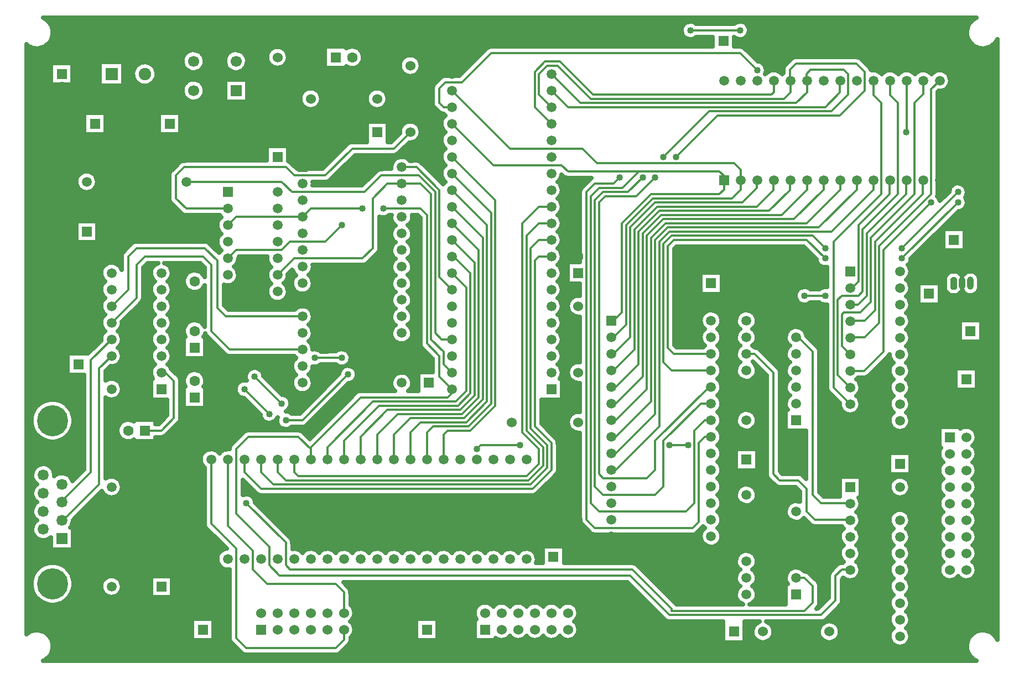
<source format=gbr>
G04 DipTrace 2.4.0.2*
%INBottom.gbr*%
%MOIN*%
%ADD13C,0.013*%
%ADD15C,0.025*%
%ADD18C,0.063*%
%ADD19R,0.063X0.063*%
%ADD20R,0.0591X0.0591*%
%ADD21C,0.0591*%
%ADD22O,0.0394X0.0787*%
%ADD23R,0.0748X0.0748*%
%ADD24C,0.0748*%
%ADD25C,0.063*%
%ADD26R,0.0665X0.0665*%
%ADD27C,0.0665*%
%ADD28C,0.1874*%
%ADD29R,0.06X0.06*%
%ADD30C,0.06*%
%ADD31C,0.06*%
%ADD32R,0.0669X0.0669*%
%ADD33C,0.0669*%
%ADD34C,0.04*%
%FSLAX44Y44*%
G04*
G70*
G90*
G75*
G01*
%LNBottom*%
%LPD*%
X51900Y29600D2*
D13*
Y29025D1*
X49375Y26500D1*
X39625D1*
X39000Y25875D1*
Y14750D1*
X36375Y12125D1*
X36125D1*
X32500Y25000D2*
X31750D1*
X31500Y24750D1*
Y14750D1*
X32500Y13750D1*
Y12125D1*
X31375Y11000D1*
X15000D1*
X14000Y12000D1*
Y12750D1*
X50900Y29600D2*
Y29025D1*
X48625Y26750D1*
X39500D1*
X38750Y26000D1*
Y15500D1*
X36375Y13125D1*
X36125D1*
X32500Y26000D2*
X31750D1*
X31250Y25500D1*
Y14625D1*
X32250Y13625D1*
Y12250D1*
X31250Y11250D1*
X15750D1*
X15000Y12000D1*
Y12750D1*
X49900Y29600D2*
Y29025D1*
X47875Y27000D1*
X39375D1*
X38500Y26125D1*
Y16250D1*
X36375Y14125D1*
X36125D1*
X32500Y27000D2*
X31750D1*
X31000Y26250D1*
Y14500D1*
X32000Y13500D1*
Y12375D1*
X31125Y11500D1*
X16500D1*
X16000Y12000D1*
Y12750D1*
X48900Y29600D2*
Y29025D1*
X47125Y27250D1*
X39250D1*
X38250Y26250D1*
Y17000D1*
X36375Y15125D1*
X36125D1*
X32500Y28000D2*
X31750D1*
X30750Y27000D1*
Y14375D1*
X31750Y13375D1*
Y12500D1*
X31000Y11750D1*
X17250D1*
X17000Y12000D1*
Y12750D1*
X47900Y29600D2*
Y29025D1*
X46375Y27500D1*
X39125D1*
X38000Y26375D1*
Y17750D1*
X36375Y16125D1*
X36125D1*
Y17125D2*
X36375D1*
X37750Y18500D1*
Y26500D1*
X39000Y27750D1*
X45625D1*
X46875Y29000D1*
Y29575D1*
X46900Y29600D1*
X36125Y18125D2*
X36250D1*
X37500Y19375D1*
Y26625D1*
X38875Y28000D1*
X44875D1*
X45875Y29000D1*
Y29575D1*
X45900Y29600D1*
X36125Y19125D2*
X36250D1*
X37250Y20125D1*
Y26750D1*
X38750Y28250D1*
X44000D1*
X44875Y29125D1*
Y29575D1*
X44900Y29600D1*
X45900Y35600D2*
Y34900D1*
X45750Y34750D1*
X35000D1*
X33000Y36750D1*
X32125D1*
X31500Y36125D1*
Y34000D1*
X32500Y33000D1*
X42125Y18125D2*
X39750D1*
X39250Y18625D1*
Y25750D1*
X39750Y26250D1*
X48250D1*
X49000Y25500D1*
X53625D2*
X57000Y28875D1*
X46900Y35600D2*
Y34900D1*
X46500Y34500D1*
X34875D1*
X32875Y36500D1*
X32250D1*
X31750Y36000D1*
Y34750D1*
X32500Y34000D1*
X42125Y17125D2*
X42000D1*
X38750Y13875D1*
Y12125D1*
X38250Y11625D1*
X35625D1*
X35375Y11875D1*
Y28250D1*
X35750Y28625D1*
X37625D1*
X38750Y29750D1*
X40000Y31000D2*
X42500Y33500D1*
X49875D1*
X51375Y35000D1*
Y36125D1*
X50875Y36625D1*
X47250D1*
X46875Y36250D1*
Y35625D1*
X46900Y35600D1*
X32500Y35000D2*
X33500Y34000D1*
X49000D1*
X49875Y34875D1*
Y35600D1*
X49900D1*
X42125Y14125D2*
X41750D1*
X41375Y13750D1*
Y9000D1*
X41000Y8625D1*
X35125D1*
X34625Y9125D1*
Y28875D1*
X35125Y29375D1*
X36250D1*
X36625Y29750D1*
X47900Y35600D2*
Y34900D1*
X47250Y34250D1*
X34250D1*
X32500Y36000D1*
X42125Y16125D2*
X41500D1*
X39250Y13875D1*
Y11125D1*
X38750Y10625D1*
X35625D1*
X35125Y11125D1*
Y28375D1*
X35625Y28875D1*
X37125D1*
X38000Y29750D1*
X39250Y31000D2*
X42000Y33750D1*
X49375D1*
X50375Y34750D1*
Y36000D1*
X50125Y36250D1*
X48125D1*
X47875Y36000D1*
Y35625D1*
X47900Y35600D1*
X43900Y29600D2*
Y29025D1*
X43375Y28500D1*
X38625D1*
X37000Y26875D1*
Y20875D1*
X36250Y20125D1*
X36125D1*
X43900Y29600D2*
Y30225D1*
X43500Y30625D1*
X35250D1*
X34375Y31500D1*
X30000D1*
X26500Y35000D1*
X44900Y36225D2*
X43875Y37250D1*
X28875D1*
X27125Y35500D1*
X26125D1*
X25750Y35125D1*
Y34250D1*
X26000Y34000D1*
X26500D1*
X28000Y13375D2*
X28250Y13625D1*
X30625D1*
X42125Y19125D2*
X39875D1*
X39500Y19500D1*
Y25625D1*
X39875Y26000D1*
X47875D1*
X49000Y24875D1*
X53625D2*
X57000Y28250D1*
X42900Y29600D2*
Y29025D1*
X42625Y28750D1*
X38500D1*
X36750Y27000D1*
Y21625D1*
X36250Y21125D1*
X36125D1*
X42900Y29600D2*
Y29850D1*
X42625Y30125D1*
X37793D1*
X33500D1*
X33125Y30500D1*
X29000D1*
X26500Y33000D1*
X42125Y15125D2*
X41750D1*
X41125Y14500D1*
Y10125D1*
X40625Y9625D1*
X35375D1*
X34875Y10125D1*
Y28625D1*
X35375Y29125D1*
X36793D1*
X37793Y30125D1*
X19875Y26875D2*
X18875Y25875D1*
X16750D1*
X16250Y25375D1*
X13500D1*
X13000Y24875D1*
X19000Y12750D2*
Y13500D1*
X21750Y16250D1*
X26750D1*
X27375Y16875D1*
Y23125D1*
X26500Y24000D1*
X50500Y23100D2*
X50600D1*
X51000Y23500D1*
Y26875D1*
X52875Y28750D1*
Y29600D1*
X52900D1*
X20000Y12750D2*
Y13875D1*
X22125Y16000D1*
X26875D1*
X27625Y16750D1*
Y24000D1*
X26625Y25000D1*
X26500D1*
X50500Y22100D2*
X50975D1*
X51500Y22625D1*
Y26375D1*
X53875Y28750D1*
Y29600D1*
X53900D1*
X21000Y12750D2*
Y14125D1*
X22625Y15750D1*
X27000D1*
X27875Y16625D1*
Y24625D1*
X26500Y26000D1*
X50500Y21100D2*
Y21125D1*
X51375D1*
X52000Y21750D1*
Y25875D1*
X54875Y28750D1*
Y29600D1*
X54900D1*
X22000Y12750D2*
Y14250D1*
X23250Y15500D1*
X27125D1*
X28125Y16500D1*
Y25375D1*
X26500Y27000D1*
X50500Y20100D2*
Y20125D1*
X51375D1*
X52250Y21000D1*
Y25625D1*
X55375Y28750D1*
Y35075D1*
X55900Y35600D1*
X23000Y12750D2*
Y14250D1*
X24000Y15250D1*
X27250D1*
X28375Y16375D1*
Y26125D1*
X26375Y28125D1*
X26625D1*
X26500Y28000D1*
X54900Y35600D2*
Y34775D1*
X54375Y34250D1*
Y28750D1*
X51750Y26125D1*
Y22250D1*
X51125Y21625D1*
X50125D1*
X50000Y21500D1*
Y19600D1*
X50500Y19100D1*
X24000Y12750D2*
Y14375D1*
X24625Y15000D1*
X27375D1*
X28625Y16250D1*
Y26875D1*
X26500Y29000D1*
X53900Y35600D2*
Y32525D1*
X53875Y32500D1*
X55375Y28250D2*
X52500Y25375D1*
Y19250D1*
X51350Y18100D1*
X50500D1*
X25000Y12750D2*
Y14375D1*
X25375Y14750D1*
X27500D1*
X28875Y16125D1*
Y27625D1*
X26500Y30000D1*
X52900Y35600D2*
Y34725D1*
X53375Y34250D1*
Y28750D1*
X51250Y26625D1*
Y22875D1*
X51000Y22625D1*
X50000D1*
X49750Y22375D1*
Y17850D1*
X50500Y17100D1*
X26000Y12750D2*
Y14250D1*
X26250Y14500D1*
X27625D1*
X29125Y16000D1*
Y28375D1*
X26500Y31000D1*
X51900Y35600D2*
Y34725D1*
X52375Y34250D1*
Y28750D1*
X49500Y25875D1*
Y17100D1*
X50500Y16100D1*
X47250Y20125D2*
X47375D1*
X48250Y19250D1*
Y10625D1*
X48750Y10125D1*
X50525D1*
X50500Y10100D1*
X16500Y15125D2*
X17500D1*
X20250Y17875D1*
X47250Y5625D2*
X47750D1*
X48250Y5125D1*
Y4125D1*
X47750Y3625D1*
X39750D1*
Y3750D1*
X37375Y6125D1*
X16750D1*
X16500Y6375D1*
Y7750D1*
X14125Y10125D1*
X18250Y18875D2*
X19875D1*
X39625Y13625D2*
X40750D1*
X20000Y2500D2*
Y1875D1*
X19500Y1375D1*
X14125D1*
X13500Y2000D1*
Y7375D1*
X12000Y8875D1*
Y12750D1*
X20000Y3500D2*
Y4750D1*
X19500Y5250D1*
X15375D1*
X14500Y6125D1*
Y7250D1*
X13000Y8750D1*
Y12750D1*
X16000Y23875D2*
X17000Y24875D1*
X21125D1*
X21750Y25500D1*
Y28500D1*
X22625Y29375D1*
X23484D1*
X26500Y18000D2*
X26000Y18500D1*
Y19250D1*
X25250Y20000D1*
Y28750D1*
X24625Y29375D1*
X23484D1*
X15500Y15500D2*
X14000Y17000D1*
X6000Y20000D2*
X4750Y18750D1*
Y12000D1*
X2931Y10181D1*
X3000D1*
X16250Y16125D2*
X14625Y17750D1*
X26500Y17000D2*
Y16750D1*
X26250Y16500D1*
X21000D1*
X18000Y13500D1*
Y13375D1*
Y12750D1*
X17500Y27375D2*
X13500D1*
X13000Y26875D1*
X26500Y17000D2*
X25750Y17750D1*
Y19000D1*
X25000Y19750D1*
Y27500D1*
X24625Y27875D1*
X22375D1*
X21125D2*
X18000D1*
X17500Y27375D1*
X18000Y13375D2*
X17250Y14125D1*
X14250D1*
X13500Y13375D1*
Y9500D1*
X15500Y7500D1*
Y6375D1*
X16125Y5750D1*
X37250D1*
X39625Y3375D1*
X48750D1*
X49625Y4250D1*
Y5750D1*
X50000Y6125D1*
X50500D1*
Y6100D1*
X40875Y38625D2*
X43875D1*
X13000Y27875D2*
X10500D1*
X9875Y28500D1*
Y29875D1*
X10375Y30375D1*
X16500D1*
X17000Y29875D1*
X18875D1*
X20500Y31500D1*
X23000D1*
X24000Y32500D1*
X44250Y19125D2*
X44750D1*
X45875Y18000D1*
Y11875D1*
X46250Y11500D1*
X47375D1*
X47875Y11000D1*
Y9625D1*
X48375Y9125D1*
X50475D1*
X50500Y9100D1*
X23484Y30375D2*
X24375D1*
X25750Y29000D1*
Y23750D1*
X26500Y23000D1*
X47750Y22625D2*
X49000D1*
X17500Y19375D2*
X13125D1*
X12000Y20500D1*
Y24500D1*
X11500Y25000D1*
X8000D1*
X7500Y24500D1*
Y22500D1*
X6000Y21000D1*
Y19000D2*
X5250Y18250D1*
Y11250D1*
X3091Y9091D1*
X3000D1*
X17500Y21375D2*
X12875D1*
X12375Y21875D1*
Y24750D1*
X11625Y25500D1*
X7500D1*
X7000Y25000D1*
Y23000D1*
X6000Y22000D1*
X9000Y18000D2*
X9250D1*
X9750Y17500D1*
Y15250D1*
X9000Y14500D1*
X8000D1*
X26500Y20000D2*
X25875D1*
X25500Y20375D1*
Y28875D1*
X24500Y29875D1*
X22250D1*
X21250Y28875D1*
X16875D1*
X16250Y29500D1*
X10500D1*
D34*
X49000Y25500D3*
X53625D3*
X57000Y28875D3*
X38750Y29750D3*
X40000Y31000D3*
X36625Y29750D3*
X38000D3*
X39250Y31000D3*
X44900Y36225D3*
X28000Y13375D3*
X30625Y13625D3*
X49000Y24875D3*
X53625D3*
X57000Y28250D3*
X19875Y26875D3*
X53875Y32500D3*
X55375Y28250D3*
X16500Y15125D3*
X20250Y17875D3*
X14125Y10125D3*
X18250Y18875D3*
X19875D3*
X39625Y13625D3*
X40750D3*
X15500Y15500D3*
X14000Y17000D3*
X16250Y16125D3*
X14625Y17750D3*
X22375Y27875D3*
X21125D3*
X40875Y38625D3*
X43875D3*
X47750Y22625D3*
X49000D3*
X2254Y39126D2*
D15*
X40664D1*
X41086D2*
X43664D1*
X44086D2*
X57746D1*
X2406Y38878D2*
X40379D1*
X44371D2*
X57594D1*
X2476Y38629D2*
X40317D1*
X44433D2*
X57524D1*
X2476Y38380D2*
X40375D1*
X44375D2*
X57524D1*
X2410Y38132D2*
X40645D1*
X41105D2*
X42200D1*
X44105D2*
X57590D1*
X2261Y37883D2*
X42200D1*
X43550D2*
X57739D1*
X900Y37634D2*
X1059D1*
X1941D2*
X15946D1*
X16056D2*
X18825D1*
X20175D2*
X20332D1*
X20668D2*
X28739D1*
X44011D2*
X58059D1*
X58941D2*
X59352D1*
X900Y37385D2*
X10649D1*
X11234D2*
X13207D1*
X13793D2*
X15469D1*
X16531D2*
X18825D1*
X21046D2*
X28418D1*
X44332D2*
X59352D1*
X900Y37137D2*
X10356D1*
X11527D2*
X12914D1*
X14086D2*
X15356D1*
X16644D2*
X18825D1*
X21160D2*
X28172D1*
X44578D2*
X59352D1*
X900Y36888D2*
X10258D1*
X11625D2*
X12817D1*
X14183D2*
X15352D1*
X16648D2*
X18825D1*
X21164D2*
X23473D1*
X24527D2*
X27922D1*
X44828D2*
X46922D1*
X51203D2*
X59352D1*
X900Y36639D2*
X2325D1*
X3675D2*
X5266D1*
X6734D2*
X7668D1*
X8332D2*
X10258D1*
X11621D2*
X12817D1*
X14183D2*
X15454D1*
X16546D2*
X18825D1*
X21066D2*
X23356D1*
X24644D2*
X27672D1*
X45261D2*
X46672D1*
X51453D2*
X59352D1*
X900Y36391D2*
X2325D1*
X3675D2*
X5266D1*
X6734D2*
X7383D1*
X8617D2*
X10364D1*
X11515D2*
X12926D1*
X14074D2*
X15797D1*
X16203D2*
X18825D1*
X20750D2*
X23348D1*
X24652D2*
X27426D1*
X45433D2*
X46477D1*
X51699D2*
X59352D1*
X900Y36142D2*
X2325D1*
X3675D2*
X5266D1*
X6734D2*
X7282D1*
X8718D2*
X10688D1*
X11195D2*
X13246D1*
X13754D2*
X23450D1*
X24550D2*
X27176D1*
X46246D2*
X46450D1*
X52246D2*
X52555D1*
X53246D2*
X53555D1*
X54246D2*
X54555D1*
X55246D2*
X55555D1*
X56246D2*
X59352D1*
X900Y35893D2*
X2325D1*
X3675D2*
X5266D1*
X6734D2*
X7274D1*
X8726D2*
X23789D1*
X24211D2*
X26028D1*
X56484D2*
X59352D1*
X900Y35645D2*
X2325D1*
X3675D2*
X5266D1*
X6734D2*
X7360D1*
X8640D2*
X10735D1*
X11148D2*
X12805D1*
X14195D2*
X25680D1*
X56554D2*
X59352D1*
X900Y35396D2*
X2325D1*
X3675D2*
X5266D1*
X6734D2*
X7606D1*
X8394D2*
X10375D1*
X11507D2*
X12805D1*
X14195D2*
X25430D1*
X56523D2*
X59352D1*
X900Y35147D2*
X10262D1*
X11621D2*
X12805D1*
X14195D2*
X25325D1*
X56363D2*
X59352D1*
X900Y34899D2*
X10254D1*
X11629D2*
X12805D1*
X14195D2*
X17481D1*
X18519D2*
X21481D1*
X22519D2*
X25325D1*
X55800D2*
X59352D1*
X900Y34650D2*
X10344D1*
X11535D2*
X12805D1*
X14195D2*
X17360D1*
X18640D2*
X21360D1*
X22640D2*
X25325D1*
X55800D2*
X59352D1*
X900Y34401D2*
X10618D1*
X11265D2*
X12805D1*
X14195D2*
X17348D1*
X18652D2*
X21348D1*
X22652D2*
X25325D1*
X55800D2*
X59352D1*
X900Y34153D2*
X17442D1*
X18558D2*
X21442D1*
X22558D2*
X25336D1*
X55800D2*
X59352D1*
X900Y33904D2*
X17758D1*
X18242D2*
X21758D1*
X22242D2*
X25504D1*
X55800D2*
X59352D1*
X900Y33655D2*
X25774D1*
X55800D2*
X59352D1*
X900Y33406D2*
X4325D1*
X5675D2*
X8825D1*
X10175D2*
X25993D1*
X55800D2*
X59352D1*
X900Y33158D2*
X4325D1*
X5675D2*
X8825D1*
X10175D2*
X25864D1*
X55800D2*
X59352D1*
X900Y32909D2*
X4325D1*
X5675D2*
X8825D1*
X10175D2*
X21344D1*
X22656D2*
X23489D1*
X24511D2*
X25852D1*
X55800D2*
X59352D1*
X900Y32660D2*
X4325D1*
X5675D2*
X8825D1*
X10175D2*
X21344D1*
X22656D2*
X23360D1*
X24640D2*
X25946D1*
X55800D2*
X59352D1*
X900Y32412D2*
X4325D1*
X5675D2*
X8825D1*
X10175D2*
X21344D1*
X22656D2*
X23321D1*
X24652D2*
X25996D1*
X55800D2*
X59352D1*
X900Y32163D2*
X21344D1*
X22656D2*
X23071D1*
X24562D2*
X25868D1*
X55800D2*
X59352D1*
X900Y31914D2*
X21344D1*
X22656D2*
X22823D1*
X24269D2*
X25852D1*
X55800D2*
X59352D1*
X900Y31666D2*
X20075D1*
X23757D2*
X25942D1*
X55800D2*
X59352D1*
X900Y31417D2*
X15325D1*
X16675D2*
X19825D1*
X23507D2*
X26004D1*
X55800D2*
X59352D1*
X900Y31168D2*
X15325D1*
X16675D2*
X19579D1*
X23250D2*
X25868D1*
X55800D2*
X59352D1*
X900Y30920D2*
X15325D1*
X16675D2*
X19329D1*
X20511D2*
X23141D1*
X23828D2*
X25852D1*
X55800D2*
X59352D1*
X900Y30671D2*
X10082D1*
X16793D2*
X19079D1*
X20261D2*
X22903D1*
X24668D2*
X25938D1*
X55800D2*
X59352D1*
X900Y30422D2*
X9832D1*
X17043D2*
X18832D1*
X20011D2*
X22832D1*
X24918D2*
X26008D1*
X55800D2*
X59352D1*
X900Y30174D2*
X9582D1*
X19765D2*
X21957D1*
X25168D2*
X25868D1*
X55800D2*
X59352D1*
X900Y29925D2*
X4008D1*
X4992D2*
X9454D1*
X19515D2*
X21707D1*
X25418D2*
X25848D1*
X55800D2*
X59352D1*
X900Y29676D2*
X3871D1*
X5129D2*
X9450D1*
X19265D2*
X21461D1*
X25664D2*
X25934D1*
X33066D2*
X34836D1*
X55800D2*
X59352D1*
X900Y29427D2*
X3848D1*
X5152D2*
X9450D1*
X18152D2*
X21211D1*
X32988D2*
X34586D1*
X55800D2*
X59352D1*
X900Y29179D2*
X3934D1*
X5066D2*
X9450D1*
X33129D2*
X34340D1*
X55800D2*
X56536D1*
X57464D2*
X59352D1*
X900Y28930D2*
X4207D1*
X4793D2*
X9450D1*
X33152D2*
X34204D1*
X55800D2*
X56442D1*
X57558D2*
X59352D1*
X900Y28681D2*
X9450D1*
X33070D2*
X34200D1*
X55793D2*
X56215D1*
X57523D2*
X59352D1*
X900Y28433D2*
X9457D1*
X32984D2*
X34200D1*
X57527D2*
X59352D1*
X900Y28184D2*
X9602D1*
X33129D2*
X34200D1*
X57554D2*
X59352D1*
X900Y27935D2*
X9848D1*
X33152D2*
X34200D1*
X57457D2*
X59352D1*
X900Y27687D2*
X10098D1*
X33070D2*
X34200D1*
X57027D2*
X59352D1*
X900Y27438D2*
X12520D1*
X22707D2*
X22835D1*
X24136D2*
X24473D1*
X32976D2*
X34200D1*
X56777D2*
X59352D1*
X900Y27189D2*
X12430D1*
X22175D2*
X22856D1*
X24113D2*
X24575D1*
X33125D2*
X34200D1*
X56531D2*
X59352D1*
X900Y26941D2*
X3844D1*
X5156D2*
X12348D1*
X22175D2*
X23004D1*
X23964D2*
X24575D1*
X33152D2*
X34200D1*
X56281D2*
X59352D1*
X900Y26692D2*
X3844D1*
X5156D2*
X12371D1*
X22175D2*
X22914D1*
X24054D2*
X24575D1*
X33074D2*
X34200D1*
X56031D2*
X59352D1*
X900Y26443D2*
X3844D1*
X5156D2*
X12516D1*
X22175D2*
X22832D1*
X24136D2*
X24575D1*
X32972D2*
X34200D1*
X55785D2*
X56075D1*
X57425D2*
X59352D1*
X900Y26195D2*
X3844D1*
X5156D2*
X12430D1*
X22175D2*
X22856D1*
X24113D2*
X24575D1*
X33125D2*
X34200D1*
X55535D2*
X56075D1*
X57425D2*
X59352D1*
X900Y25946D2*
X3844D1*
X5156D2*
X12348D1*
X22175D2*
X22996D1*
X23972D2*
X24575D1*
X33152D2*
X34200D1*
X55285D2*
X56075D1*
X57425D2*
X59352D1*
X900Y25697D2*
X7106D1*
X12019D2*
X12371D1*
X22175D2*
X22918D1*
X24050D2*
X24575D1*
X33078D2*
X34200D1*
X55039D2*
X56075D1*
X57425D2*
X59352D1*
X900Y25448D2*
X6860D1*
X12265D2*
X12512D1*
X22171D2*
X22832D1*
X24136D2*
X24575D1*
X32968D2*
X34200D1*
X39925D2*
X47836D1*
X54789D2*
X56075D1*
X57425D2*
X59352D1*
X900Y25200D2*
X6629D1*
X22039D2*
X22856D1*
X24113D2*
X24575D1*
X33121D2*
X34200D1*
X39925D2*
X48086D1*
X54539D2*
X59352D1*
X900Y24951D2*
X6575D1*
X13668D2*
X15348D1*
X21793D2*
X22993D1*
X23976D2*
X24575D1*
X33152D2*
X34200D1*
X39925D2*
X48332D1*
X54293D2*
X59352D1*
X900Y24702D2*
X6575D1*
X13632D2*
X15368D1*
X21543D2*
X22922D1*
X24046D2*
X24575D1*
X33082D2*
X34200D1*
X39925D2*
X48469D1*
X54156D2*
X59352D1*
X900Y24454D2*
X5539D1*
X8043D2*
X8539D1*
X9461D2*
X11457D1*
X13492D2*
X15508D1*
X18152D2*
X22832D1*
X24136D2*
X24575D1*
X32961D2*
X33450D1*
X39925D2*
X48645D1*
X54046D2*
X59352D1*
X900Y24205D2*
X5379D1*
X7925D2*
X8379D1*
X9621D2*
X11575D1*
X13562D2*
X15438D1*
X18132D2*
X22852D1*
X24117D2*
X24575D1*
X33121D2*
X33450D1*
X39925D2*
X49075D1*
X54148D2*
X59352D1*
X900Y23956D2*
X5348D1*
X7925D2*
X8348D1*
X9652D2*
X10512D1*
X13648D2*
X15352D1*
X16671D2*
X17004D1*
X17996D2*
X22989D1*
X23980D2*
X24575D1*
X33152D2*
X33450D1*
X39925D2*
X41450D1*
X42800D2*
X49075D1*
X54140D2*
X56340D1*
X57160D2*
X57356D1*
X58144D2*
X59352D1*
X900Y23708D2*
X5418D1*
X7925D2*
X8418D1*
X9582D2*
X10360D1*
X13632D2*
X15368D1*
X16632D2*
X16938D1*
X18062D2*
X22922D1*
X24043D2*
X24575D1*
X33082D2*
X33450D1*
X39925D2*
X41450D1*
X42800D2*
X49075D1*
X54019D2*
X56196D1*
X58289D2*
X59352D1*
X900Y23459D2*
X5543D1*
X7925D2*
X8543D1*
X9457D2*
X10325D1*
X13500D2*
X15500D1*
X16500D2*
X16852D1*
X18148D2*
X22836D1*
X24132D2*
X24575D1*
X32957D2*
X33450D1*
X39925D2*
X41450D1*
X42800D2*
X49075D1*
X54043D2*
X56192D1*
X58308D2*
X59352D1*
X900Y23210D2*
X5379D1*
X7925D2*
X8379D1*
X9621D2*
X10395D1*
X12800D2*
X15442D1*
X16558D2*
X16868D1*
X18132D2*
X22852D1*
X24117D2*
X24575D1*
X33121D2*
X34200D1*
X39925D2*
X41450D1*
X42800D2*
X49075D1*
X54144D2*
X54575D1*
X55925D2*
X56192D1*
X58308D2*
X59352D1*
X900Y22962D2*
X5344D1*
X7925D2*
X8344D1*
X9656D2*
X10610D1*
X11390D2*
X11575D1*
X12800D2*
X15352D1*
X16648D2*
X17000D1*
X18000D2*
X22985D1*
X23984D2*
X24575D1*
X33156D2*
X34200D1*
X39925D2*
X41450D1*
X42800D2*
X47309D1*
X54140D2*
X54575D1*
X55925D2*
X56215D1*
X58261D2*
X59352D1*
X900Y22713D2*
X5414D1*
X7925D2*
X8414D1*
X9586D2*
X11575D1*
X12800D2*
X15368D1*
X16632D2*
X22926D1*
X24043D2*
X24575D1*
X33086D2*
X34200D1*
X39925D2*
X47196D1*
X54023D2*
X54575D1*
X55925D2*
X56426D1*
X57074D2*
X57469D1*
X58031D2*
X59352D1*
X900Y22464D2*
X5547D1*
X7921D2*
X8547D1*
X9453D2*
X11575D1*
X12800D2*
X15496D1*
X16504D2*
X22836D1*
X24132D2*
X24575D1*
X32953D2*
X33668D1*
X39925D2*
X47215D1*
X54039D2*
X54575D1*
X55925D2*
X59352D1*
X900Y22216D2*
X5383D1*
X7804D2*
X8383D1*
X9617D2*
X11575D1*
X12800D2*
X22848D1*
X24121D2*
X24575D1*
X33117D2*
X33504D1*
X39925D2*
X47379D1*
X48121D2*
X48629D1*
X54144D2*
X54575D1*
X55925D2*
X59352D1*
X900Y21967D2*
X5344D1*
X7558D2*
X8344D1*
X9656D2*
X11575D1*
X12875D2*
X17258D1*
X17742D2*
X22981D1*
X23988D2*
X24575D1*
X33156D2*
X33465D1*
X39925D2*
X49075D1*
X54140D2*
X59352D1*
X900Y21718D2*
X5411D1*
X7308D2*
X8411D1*
X9589D2*
X11575D1*
X18054D2*
X22930D1*
X24039D2*
X24575D1*
X33089D2*
X33532D1*
X39925D2*
X41887D1*
X42363D2*
X44012D1*
X44488D2*
X49075D1*
X54027D2*
X59352D1*
X900Y21469D2*
X5555D1*
X7058D2*
X8555D1*
X9445D2*
X11575D1*
X18148D2*
X22836D1*
X24132D2*
X24575D1*
X32945D2*
X33750D1*
X39925D2*
X41571D1*
X42679D2*
X43696D1*
X44804D2*
X49075D1*
X54035D2*
X59352D1*
X900Y21221D2*
X5383D1*
X6812D2*
X8383D1*
X9617D2*
X11575D1*
X18136D2*
X22848D1*
X24121D2*
X24575D1*
X33117D2*
X34200D1*
X39925D2*
X41477D1*
X42773D2*
X43602D1*
X44898D2*
X49075D1*
X54144D2*
X59352D1*
X900Y20972D2*
X5344D1*
X6656D2*
X8344D1*
X9656D2*
X10528D1*
X18011D2*
X22973D1*
X23996D2*
X24575D1*
X33156D2*
X34200D1*
X39925D2*
X41489D1*
X42761D2*
X43614D1*
X44886D2*
X49075D1*
X54140D2*
X57075D1*
X58425D2*
X59352D1*
X900Y20723D2*
X5411D1*
X6589D2*
X8411D1*
X9589D2*
X10364D1*
X18050D2*
X22934D1*
X24035D2*
X24575D1*
X33089D2*
X34200D1*
X39925D2*
X41614D1*
X42636D2*
X43739D1*
X44761D2*
X47028D1*
X47472D2*
X49075D1*
X54031D2*
X57075D1*
X58425D2*
X59352D1*
X900Y20475D2*
X5559D1*
X6441D2*
X8559D1*
X9441D2*
X10325D1*
X18148D2*
X22836D1*
X24132D2*
X24575D1*
X32941D2*
X34200D1*
X39925D2*
X41575D1*
X42675D2*
X43700D1*
X44800D2*
X46700D1*
X47800D2*
X49075D1*
X54031D2*
X57075D1*
X58425D2*
X59352D1*
X900Y20226D2*
X5387D1*
X6613D2*
X8387D1*
X9613D2*
X10387D1*
X18136D2*
X22848D1*
X24121D2*
X24575D1*
X33113D2*
X34200D1*
X39925D2*
X41477D1*
X42773D2*
X43602D1*
X44898D2*
X46602D1*
X47898D2*
X49075D1*
X54144D2*
X57075D1*
X58425D2*
X59352D1*
X900Y19977D2*
X5344D1*
X6656D2*
X8344D1*
X9656D2*
X10325D1*
X11675D2*
X11934D1*
X18015D2*
X22969D1*
X24000D2*
X24575D1*
X33156D2*
X34200D1*
X39925D2*
X41489D1*
X42761D2*
X43614D1*
X44886D2*
X46614D1*
X48113D2*
X49075D1*
X54144D2*
X57075D1*
X58425D2*
X59352D1*
X900Y19729D2*
X5137D1*
X6593D2*
X8407D1*
X9593D2*
X10325D1*
X11675D2*
X12180D1*
X18046D2*
X24575D1*
X33093D2*
X34200D1*
X39925D2*
X41610D1*
X42640D2*
X43735D1*
X44765D2*
X46735D1*
X48363D2*
X49075D1*
X54035D2*
X59352D1*
X900Y19480D2*
X4891D1*
X6433D2*
X8567D1*
X9433D2*
X10325D1*
X11675D2*
X12430D1*
X18148D2*
X24680D1*
X32933D2*
X34200D1*
X42671D2*
X43704D1*
X44961D2*
X46704D1*
X48601D2*
X49075D1*
X54027D2*
X59352D1*
X900Y19231D2*
X4641D1*
X6613D2*
X8387D1*
X9613D2*
X10325D1*
X11675D2*
X12680D1*
X20300D2*
X24930D1*
X33113D2*
X34200D1*
X42773D2*
X43602D1*
X45234D2*
X46602D1*
X48675D2*
X49075D1*
X54140D2*
X59352D1*
X900Y18983D2*
X3325D1*
X6656D2*
X8344D1*
X9656D2*
X10325D1*
X11675D2*
X13024D1*
X20425D2*
X25176D1*
X33156D2*
X34200D1*
X42765D2*
X43610D1*
X45484D2*
X46610D1*
X48675D2*
X49075D1*
X54144D2*
X59352D1*
X900Y18734D2*
X3325D1*
X6597D2*
X8403D1*
X9597D2*
X16957D1*
X20418D2*
X25325D1*
X33097D2*
X34200D1*
X42644D2*
X43731D1*
X45730D2*
X46731D1*
X48675D2*
X49075D1*
X52574D2*
X52961D1*
X54039D2*
X59352D1*
X900Y18485D2*
X3325D1*
X6390D2*
X8575D1*
X9425D2*
X16856D1*
X20265D2*
X25325D1*
X32925D2*
X33692D1*
X42668D2*
X43707D1*
X45980D2*
X46707D1*
X48675D2*
X49075D1*
X52324D2*
X52977D1*
X54023D2*
X59352D1*
X900Y18237D2*
X3325D1*
X5828D2*
X8391D1*
X9609D2*
X14379D1*
X14871D2*
X16860D1*
X18140D2*
X19832D1*
X20668D2*
X25325D1*
X33109D2*
X33512D1*
X42769D2*
X43606D1*
X44894D2*
X45047D1*
X46222D2*
X46606D1*
X48675D2*
X49075D1*
X52078D2*
X52860D1*
X54140D2*
X56825D1*
X58175D2*
X59352D1*
X900Y17988D2*
X3325D1*
X5675D2*
X8344D1*
X9851D2*
X10547D1*
X11453D2*
X14121D1*
X15129D2*
X16977D1*
X18023D2*
X19704D1*
X20796D2*
X23313D1*
X23656D2*
X24450D1*
X33156D2*
X33465D1*
X42765D2*
X43610D1*
X44890D2*
X45297D1*
X46300D2*
X46610D1*
X48675D2*
X49075D1*
X51828D2*
X52856D1*
X54144D2*
X56825D1*
X58175D2*
X59352D1*
X900Y17739D2*
X4325D1*
X5675D2*
X8403D1*
X10097D2*
X10371D1*
X11629D2*
X14067D1*
X15226D2*
X16961D1*
X18039D2*
X19524D1*
X20793D2*
X22946D1*
X24023D2*
X24450D1*
X33097D2*
X33520D1*
X42648D2*
X43727D1*
X44773D2*
X45450D1*
X46300D2*
X46727D1*
X48675D2*
X49075D1*
X51546D2*
X52957D1*
X54043D2*
X56825D1*
X58175D2*
X59352D1*
X900Y17490D2*
X4325D1*
X6421D2*
X8344D1*
X10175D2*
X10325D1*
X11675D2*
X13762D1*
X15476D2*
X16856D1*
X18144D2*
X19274D1*
X20648D2*
X22840D1*
X24129D2*
X24450D1*
X33156D2*
X33723D1*
X42664D2*
X45450D1*
X46300D2*
X46711D1*
X48675D2*
X49075D1*
X51019D2*
X52981D1*
X54019D2*
X56825D1*
X58175D2*
X59352D1*
X900Y17242D2*
X4325D1*
X6605D2*
X8344D1*
X10175D2*
X10379D1*
X11621D2*
X13496D1*
X15722D2*
X16860D1*
X18140D2*
X19028D1*
X20207D2*
X22844D1*
X24125D2*
X24450D1*
X33156D2*
X34200D1*
X42769D2*
X45450D1*
X46300D2*
X46606D1*
X48675D2*
X49075D1*
X51140D2*
X52860D1*
X54140D2*
X56825D1*
X58175D2*
X59352D1*
X900Y16993D2*
X4325D1*
X6656D2*
X8344D1*
X10175D2*
X10325D1*
X11675D2*
X13442D1*
X15972D2*
X16973D1*
X18027D2*
X18778D1*
X19961D2*
X22957D1*
X24011D2*
X24450D1*
X33156D2*
X34200D1*
X42765D2*
X45450D1*
X46300D2*
X46610D1*
X48675D2*
X49090D1*
X51144D2*
X52856D1*
X54144D2*
X56825D1*
X58175D2*
X59352D1*
X900Y16744D2*
X4325D1*
X6601D2*
X8344D1*
X10175D2*
X10325D1*
X11675D2*
X13504D1*
X16222D2*
X18528D1*
X19711D2*
X20653D1*
X33156D2*
X34200D1*
X42652D2*
X45450D1*
X46300D2*
X46723D1*
X48675D2*
X49266D1*
X51046D2*
X52954D1*
X54046D2*
X59352D1*
X900Y16496D2*
X4325D1*
X6402D2*
X8344D1*
X10175D2*
X10325D1*
X11675D2*
X13797D1*
X16660D2*
X18282D1*
X19461D2*
X20407D1*
X33156D2*
X34200D1*
X42660D2*
X45450D1*
X46300D2*
X46715D1*
X48675D2*
X49512D1*
X51015D2*
X52985D1*
X54015D2*
X59352D1*
X900Y16247D2*
X1864D1*
X3015D2*
X4325D1*
X5675D2*
X9325D1*
X10175D2*
X10325D1*
X11675D2*
X14161D1*
X16796D2*
X18032D1*
X19214D2*
X20157D1*
X31925D2*
X34200D1*
X42769D2*
X45450D1*
X46300D2*
X46606D1*
X48675D2*
X49762D1*
X51136D2*
X52864D1*
X54136D2*
X59352D1*
X900Y15998D2*
X1516D1*
X3367D2*
X4325D1*
X5675D2*
X9325D1*
X10175D2*
X10325D1*
X11675D2*
X14411D1*
X16796D2*
X17782D1*
X18964D2*
X19907D1*
X31925D2*
X34200D1*
X42769D2*
X45450D1*
X46300D2*
X46606D1*
X48675D2*
X49852D1*
X51148D2*
X52852D1*
X54148D2*
X59352D1*
X900Y15750D2*
X1321D1*
X3558D2*
X4325D1*
X5675D2*
X9325D1*
X10175D2*
X14661D1*
X16656D2*
X17536D1*
X18714D2*
X19661D1*
X31925D2*
X34200D1*
X42656D2*
X44141D1*
X44358D2*
X45450D1*
X46300D2*
X46594D1*
X48675D2*
X49950D1*
X51050D2*
X52950D1*
X54050D2*
X59352D1*
X900Y15501D2*
X1207D1*
X3671D2*
X4325D1*
X5675D2*
X9325D1*
X10175D2*
X14907D1*
X18468D2*
X19411D1*
X31925D2*
X33711D1*
X42656D2*
X43719D1*
X44781D2*
X45450D1*
X46300D2*
X46594D1*
X48675D2*
X50278D1*
X50722D2*
X52989D1*
X54011D2*
X59352D1*
X900Y15252D2*
X1153D1*
X3730D2*
X4325D1*
X5675D2*
X9161D1*
X10175D2*
X15000D1*
X18218D2*
X19161D1*
X31925D2*
X33516D1*
X42765D2*
X43610D1*
X44890D2*
X45450D1*
X46300D2*
X46594D1*
X48675D2*
X52864D1*
X54136D2*
X59352D1*
X900Y15004D2*
X1149D1*
X3734D2*
X4325D1*
X5675D2*
X6563D1*
X8675D2*
X8914D1*
X10089D2*
X15278D1*
X15722D2*
X15954D1*
X17968D2*
X18914D1*
X31925D2*
X33465D1*
X42769D2*
X43606D1*
X44894D2*
X45450D1*
X46300D2*
X46594D1*
X48675D2*
X52852D1*
X54148D2*
X59352D1*
X900Y14755D2*
X1192D1*
X3691D2*
X4325D1*
X5675D2*
X6375D1*
X9847D2*
X16090D1*
X17675D2*
X18664D1*
X32086D2*
X33516D1*
X42660D2*
X43715D1*
X44785D2*
X45450D1*
X46300D2*
X46594D1*
X48675D2*
X52950D1*
X54050D2*
X59352D1*
X900Y14506D2*
X1289D1*
X3589D2*
X4325D1*
X5675D2*
X6325D1*
X9597D2*
X14106D1*
X17394D2*
X18414D1*
X32336D2*
X33700D1*
X42652D2*
X44106D1*
X44396D2*
X45450D1*
X46300D2*
X46594D1*
X48675D2*
X53262D1*
X53738D2*
X55840D1*
X58011D2*
X59352D1*
X900Y14258D2*
X1465D1*
X3418D2*
X4325D1*
X5675D2*
X6371D1*
X9347D2*
X13793D1*
X17707D2*
X18168D1*
X32582D2*
X34200D1*
X42765D2*
X45450D1*
X46300D2*
X47825D1*
X48675D2*
X55840D1*
X58140D2*
X59352D1*
X900Y14009D2*
X1762D1*
X3121D2*
X4325D1*
X5675D2*
X6551D1*
X8675D2*
X13543D1*
X32832D2*
X34200D1*
X42769D2*
X45450D1*
X46300D2*
X47825D1*
X48675D2*
X55840D1*
X58152D2*
X59352D1*
X900Y13760D2*
X4325D1*
X5675D2*
X13293D1*
X32925D2*
X34200D1*
X42664D2*
X45450D1*
X46300D2*
X47825D1*
X48675D2*
X55840D1*
X58062D2*
X59352D1*
X900Y13511D2*
X4325D1*
X5675D2*
X13098D1*
X32925D2*
X34200D1*
X42648D2*
X45450D1*
X46300D2*
X47825D1*
X48675D2*
X55840D1*
X58007D2*
X59352D1*
X900Y13263D2*
X4325D1*
X5675D2*
X11610D1*
X12390D2*
X12610D1*
X32925D2*
X34200D1*
X42765D2*
X43575D1*
X44925D2*
X45450D1*
X46300D2*
X47825D1*
X48675D2*
X55860D1*
X58140D2*
X59352D1*
X900Y13014D2*
X4325D1*
X5675D2*
X11403D1*
X32925D2*
X34200D1*
X42769D2*
X43575D1*
X44925D2*
X45450D1*
X46300D2*
X47825D1*
X48675D2*
X52825D1*
X54175D2*
X55844D1*
X58156D2*
X59352D1*
X900Y12765D2*
X4325D1*
X5675D2*
X11344D1*
X32925D2*
X34200D1*
X42668D2*
X43575D1*
X44925D2*
X45450D1*
X46300D2*
X47825D1*
X48675D2*
X52825D1*
X54175D2*
X55934D1*
X58066D2*
X59352D1*
X900Y12517D2*
X4325D1*
X5675D2*
X11391D1*
X32925D2*
X34200D1*
X42644D2*
X43575D1*
X44925D2*
X45450D1*
X46300D2*
X47825D1*
X48675D2*
X52825D1*
X54175D2*
X55996D1*
X58004D2*
X59352D1*
X900Y12268D2*
X1364D1*
X2398D2*
X4325D1*
X5675D2*
X11571D1*
X32925D2*
X34200D1*
X42765D2*
X43575D1*
X44925D2*
X45450D1*
X46300D2*
X47825D1*
X48675D2*
X52825D1*
X54175D2*
X55864D1*
X58136D2*
X59352D1*
X900Y12019D2*
X1219D1*
X2543D2*
X4180D1*
X5675D2*
X11575D1*
X32910D2*
X34200D1*
X42773D2*
X45450D1*
X46320D2*
X47825D1*
X48675D2*
X52825D1*
X54175D2*
X55844D1*
X58156D2*
X59352D1*
X900Y11771D2*
X1192D1*
X3468D2*
X3930D1*
X5675D2*
X11575D1*
X32738D2*
X34200D1*
X42671D2*
X45465D1*
X47695D2*
X47828D1*
X48675D2*
X55934D1*
X58066D2*
X59352D1*
X900Y11522D2*
X1258D1*
X6492D2*
X11575D1*
X32488D2*
X34200D1*
X42640D2*
X45637D1*
X48675D2*
X49844D1*
X51156D2*
X53008D1*
X53992D2*
X56000D1*
X58000D2*
X59352D1*
X900Y11273D2*
X1469D1*
X6632D2*
X11575D1*
X13925D2*
X14137D1*
X32238D2*
X34200D1*
X42761D2*
X45887D1*
X48675D2*
X49844D1*
X51156D2*
X52868D1*
X54132D2*
X55864D1*
X58136D2*
X59352D1*
X900Y11025D2*
X1258D1*
X6652D2*
X11575D1*
X13925D2*
X14383D1*
X31992D2*
X34200D1*
X42773D2*
X43739D1*
X44761D2*
X47258D1*
X48675D2*
X49844D1*
X51156D2*
X52848D1*
X54152D2*
X55844D1*
X58156D2*
X59352D1*
X900Y10776D2*
X1192D1*
X6566D2*
X11575D1*
X13925D2*
X14633D1*
X31742D2*
X34200D1*
X42675D2*
X43614D1*
X44886D2*
X47450D1*
X48691D2*
X49844D1*
X51156D2*
X52934D1*
X54066D2*
X55930D1*
X58070D2*
X59352D1*
X900Y10527D2*
X1219D1*
X5117D2*
X5711D1*
X6289D2*
X11575D1*
X14504D2*
X34200D1*
X42636D2*
X43602D1*
X44898D2*
X47450D1*
X48937D2*
X49844D1*
X51156D2*
X53211D1*
X53789D2*
X56004D1*
X57996D2*
X59352D1*
X900Y10279D2*
X1364D1*
X4871D2*
X11575D1*
X14664D2*
X34200D1*
X42761D2*
X43700D1*
X44800D2*
X47450D1*
X51129D2*
X55868D1*
X58132D2*
X59352D1*
X900Y10030D2*
X1317D1*
X4621D2*
X11575D1*
X14812D2*
X34200D1*
X42773D2*
X44016D1*
X44484D2*
X46743D1*
X51152D2*
X55844D1*
X58156D2*
X59352D1*
X900Y9781D2*
X1204D1*
X4371D2*
X11575D1*
X15058D2*
X34200D1*
X42679D2*
X46614D1*
X51070D2*
X55926D1*
X58074D2*
X59352D1*
X900Y9532D2*
X1196D1*
X4125D2*
X11575D1*
X15308D2*
X34200D1*
X42632D2*
X46602D1*
X50984D2*
X53016D1*
X53984D2*
X56012D1*
X57988D2*
X59352D1*
X900Y9284D2*
X1289D1*
X3875D2*
X11575D1*
X15558D2*
X34200D1*
X42761D2*
X46696D1*
X51129D2*
X52871D1*
X54129D2*
X55868D1*
X58132D2*
X59352D1*
X900Y9035D2*
X1403D1*
X3691D2*
X11575D1*
X15804D2*
X34211D1*
X42773D2*
X47004D1*
X47496D2*
X47875D1*
X51152D2*
X52848D1*
X54152D2*
X55844D1*
X58156D2*
X59352D1*
X900Y8786D2*
X1235D1*
X3621D2*
X11586D1*
X16054D2*
X34371D1*
X42683D2*
X48137D1*
X51070D2*
X52930D1*
X54070D2*
X55922D1*
X58078D2*
X59352D1*
X900Y8538D2*
X1188D1*
X3691D2*
X11746D1*
X16304D2*
X34621D1*
X42625D2*
X50020D1*
X50980D2*
X53020D1*
X53980D2*
X56016D1*
X57984D2*
X59352D1*
X900Y8289D2*
X1239D1*
X3691D2*
X11996D1*
X16550D2*
X34883D1*
X41242D2*
X41493D1*
X42757D2*
X49875D1*
X51125D2*
X52875D1*
X54125D2*
X55868D1*
X58132D2*
X59352D1*
X900Y8040D2*
X1418D1*
X3691D2*
X12243D1*
X16800D2*
X41477D1*
X42773D2*
X49848D1*
X51152D2*
X52848D1*
X54152D2*
X55844D1*
X58156D2*
X59352D1*
X900Y7792D2*
X2309D1*
X3691D2*
X12493D1*
X16921D2*
X41567D1*
X42683D2*
X49926D1*
X51074D2*
X52926D1*
X54074D2*
X55918D1*
X58082D2*
X59352D1*
X900Y7543D2*
X2309D1*
X3691D2*
X12743D1*
X16925D2*
X41860D1*
X42390D2*
X50028D1*
X50972D2*
X53028D1*
X53972D2*
X56020D1*
X57980D2*
X59352D1*
X900Y7294D2*
X12657D1*
X17343D2*
X17657D1*
X18343D2*
X18657D1*
X19343D2*
X19657D1*
X20343D2*
X20657D1*
X21343D2*
X21657D1*
X22343D2*
X22657D1*
X23343D2*
X23657D1*
X24343D2*
X24657D1*
X25343D2*
X25657D1*
X26343D2*
X26657D1*
X27343D2*
X27657D1*
X28343D2*
X28657D1*
X29343D2*
X29657D1*
X30343D2*
X30657D1*
X31343D2*
X31950D1*
X33300D2*
X49875D1*
X51125D2*
X52875D1*
X54125D2*
X55871D1*
X58129D2*
X59352D1*
X900Y7046D2*
X12418D1*
X31582D2*
X31950D1*
X33300D2*
X43754D1*
X44746D2*
X49848D1*
X51152D2*
X52848D1*
X54152D2*
X55844D1*
X58156D2*
X59352D1*
X900Y6797D2*
X12348D1*
X31652D2*
X31950D1*
X33300D2*
X43618D1*
X44882D2*
X49922D1*
X51078D2*
X52922D1*
X54078D2*
X55918D1*
X58082D2*
X59352D1*
X900Y6548D2*
X12379D1*
X31621D2*
X31950D1*
X33300D2*
X43598D1*
X44902D2*
X50032D1*
X50968D2*
X53032D1*
X53968D2*
X56024D1*
X57976D2*
X59352D1*
X900Y6300D2*
X1680D1*
X3203D2*
X12536D1*
X37793D2*
X43684D1*
X44816D2*
X49582D1*
X51125D2*
X52875D1*
X54125D2*
X55871D1*
X58129D2*
X59352D1*
X900Y6051D2*
X1418D1*
X3464D2*
X13075D1*
X38039D2*
X43762D1*
X44738D2*
X46762D1*
X47738D2*
X49336D1*
X51152D2*
X52848D1*
X54152D2*
X55840D1*
X58160D2*
X59352D1*
X900Y5802D2*
X1266D1*
X3617D2*
X13075D1*
X38289D2*
X43621D1*
X44879D2*
X46621D1*
X48164D2*
X49204D1*
X51082D2*
X52918D1*
X54082D2*
X55914D1*
X58086D2*
X59352D1*
X900Y5553D2*
X1176D1*
X3703D2*
X5536D1*
X6464D2*
X8344D1*
X9656D2*
X13075D1*
X38539D2*
X43598D1*
X44902D2*
X46598D1*
X48414D2*
X49200D1*
X50839D2*
X53036D1*
X53964D2*
X56153D1*
X56847D2*
X57153D1*
X57847D2*
X59352D1*
X900Y5305D2*
X1145D1*
X3738D2*
X5379D1*
X6621D2*
X8344D1*
X9656D2*
X13075D1*
X20035D2*
X37106D1*
X38785D2*
X43684D1*
X44816D2*
X46684D1*
X48632D2*
X49200D1*
X50050D2*
X52879D1*
X54121D2*
X59352D1*
X900Y5056D2*
X1161D1*
X3722D2*
X5348D1*
X6652D2*
X8344D1*
X9656D2*
X13075D1*
X20285D2*
X37352D1*
X39035D2*
X43766D1*
X44734D2*
X46594D1*
X48675D2*
X49200D1*
X50050D2*
X52848D1*
X54152D2*
X59352D1*
X900Y4807D2*
X1227D1*
X3652D2*
X5418D1*
X6582D2*
X8344D1*
X9656D2*
X13075D1*
X20421D2*
X37602D1*
X39285D2*
X43621D1*
X44879D2*
X46594D1*
X48675D2*
X49200D1*
X50050D2*
X52918D1*
X54082D2*
X59352D1*
X900Y4559D2*
X1356D1*
X3527D2*
X5653D1*
X6347D2*
X8344D1*
X9656D2*
X13075D1*
X20425D2*
X37852D1*
X39531D2*
X43598D1*
X44902D2*
X46594D1*
X48675D2*
X49200D1*
X50050D2*
X53043D1*
X53957D2*
X59352D1*
X900Y4310D2*
X1571D1*
X3308D2*
X13075D1*
X20425D2*
X38098D1*
X39781D2*
X43680D1*
X44820D2*
X46594D1*
X48675D2*
X49094D1*
X50050D2*
X52879D1*
X54121D2*
X59352D1*
X900Y4061D2*
X1996D1*
X2886D2*
X13075D1*
X20425D2*
X28180D1*
X28820D2*
X29180D1*
X29820D2*
X30180D1*
X30820D2*
X31180D1*
X31820D2*
X32180D1*
X32820D2*
X33180D1*
X33820D2*
X38348D1*
X40031D2*
X43942D1*
X44558D2*
X46594D1*
X48671D2*
X48846D1*
X50004D2*
X52844D1*
X54156D2*
X59352D1*
X900Y3813D2*
X13075D1*
X20578D2*
X27922D1*
X34078D2*
X38598D1*
X49777D2*
X52914D1*
X54086D2*
X59352D1*
X900Y3564D2*
X13075D1*
X20656D2*
X27844D1*
X34156D2*
X38844D1*
X49531D2*
X53047D1*
X53953D2*
X59352D1*
X900Y3315D2*
X13075D1*
X20632D2*
X27868D1*
X34132D2*
X39094D1*
X49281D2*
X52883D1*
X54117D2*
X59352D1*
X900Y3067D2*
X10825D1*
X12175D2*
X13075D1*
X20488D2*
X24325D1*
X25675D2*
X27840D1*
X33988D2*
X39344D1*
X49031D2*
X52844D1*
X54156D2*
X59352D1*
X900Y2818D2*
X10825D1*
X12175D2*
X13075D1*
X20574D2*
X24325D1*
X25675D2*
X27840D1*
X34074D2*
X42825D1*
X44175D2*
X44770D1*
X45730D2*
X48770D1*
X49730D2*
X52911D1*
X54089D2*
X59352D1*
X900Y2569D2*
X10825D1*
X12175D2*
X13075D1*
X20656D2*
X24325D1*
X25675D2*
X27840D1*
X34156D2*
X42825D1*
X44175D2*
X44621D1*
X45879D2*
X48621D1*
X49879D2*
X53055D1*
X53945D2*
X59352D1*
X2023Y2321D2*
X10825D1*
X12175D2*
X13075D1*
X20632D2*
X24325D1*
X25675D2*
X27840D1*
X34132D2*
X42825D1*
X44175D2*
X44594D1*
X45906D2*
X48594D1*
X49906D2*
X52883D1*
X54117D2*
X57977D1*
X59023D2*
X59352D1*
X2296Y2072D2*
X10825D1*
X12175D2*
X13075D1*
X20496D2*
X24325D1*
X25675D2*
X27840D1*
X33996D2*
X42825D1*
X44175D2*
X44668D1*
X45832D2*
X48668D1*
X49832D2*
X52844D1*
X54156D2*
X57704D1*
X2429Y1823D2*
X13118D1*
X20421D2*
X42825D1*
X44175D2*
X44911D1*
X45589D2*
X48911D1*
X49589D2*
X52911D1*
X54089D2*
X57571D1*
X2480Y1574D2*
X13336D1*
X20289D2*
X53125D1*
X53875D2*
X57520D1*
X2468Y1326D2*
X13582D1*
X20043D2*
X57532D1*
X2386Y1077D2*
X13832D1*
X19793D2*
X57614D1*
X2211Y828D2*
X57789D1*
X41600Y24025D2*
X42775D1*
Y22725D1*
X41475D1*
Y24025D1*
X41600D1*
X43725Y13400D2*
X44900D1*
Y12100D1*
X43600D1*
Y13400D1*
X43725D1*
X56225Y26650D2*
X57400D1*
Y25350D1*
X56100D1*
Y26650D1*
X56225D1*
X52975Y13150D2*
X54150D1*
Y11850D1*
X52850D1*
Y13150D1*
X52975D1*
X54725Y23400D2*
X55900D1*
Y22100D1*
X54600D1*
Y23400D1*
X54725D1*
X4475Y33650D2*
X5650D1*
Y32350D1*
X4350D1*
Y33650D1*
X4475D1*
X10975Y3150D2*
X12150D1*
Y1850D1*
X10850D1*
Y3150D1*
X10975D1*
X24475D2*
X25650D1*
Y1850D1*
X24350D1*
Y3150D1*
X24475D1*
X56975Y18250D2*
X58150D1*
Y16950D1*
X56850D1*
Y18250D1*
X56975D1*
X21138Y36876D2*
X21102Y36756D1*
X21045Y36645D1*
X20967Y36548D1*
X20872Y36467D1*
X20763Y36406D1*
X20645Y36366D1*
X20521Y36350D1*
X20396Y36358D1*
X20276Y36390D1*
X20148Y36456D1*
X20150Y36350D1*
X18850D1*
Y37650D1*
X20150D1*
Y37544D1*
X20199Y37576D1*
X20315Y37623D1*
X20437Y37647D1*
X20562D1*
X20685Y37623D1*
X20800Y37576D1*
X20905Y37508D1*
X20995Y37422D1*
X21066Y37319D1*
X21117Y37205D1*
X21145Y37084D1*
X21150Y37000D1*
X21138Y36876D1*
X11638Y17376D2*
X11602Y17256D1*
X11547Y17149D1*
X11650Y17150D1*
Y15850D1*
X10350D1*
Y17150D1*
X10456D1*
X10414Y17218D1*
X10371Y17335D1*
X10351Y17458D1*
X10355Y17583D1*
X10383Y17705D1*
X10434Y17819D1*
X10505Y17921D1*
X10595Y18008D1*
X10699Y18076D1*
X10815Y18123D1*
X10937Y18147D1*
X11062D1*
X11185Y18123D1*
X11300Y18076D1*
X11405Y18008D1*
X11495Y17922D1*
X11566Y17819D1*
X11617Y17705D1*
X11645Y17584D1*
X11650Y17500D1*
X11638Y17376D1*
X8975Y33650D2*
X10150D1*
Y32350D1*
X8850D1*
Y33650D1*
X8975D1*
X57225Y21150D2*
X58400D1*
Y19850D1*
X57100D1*
Y21150D1*
X57225D1*
X44868Y15001D2*
X44831Y14882D1*
X44772Y14772D1*
X44692Y14676D1*
X44595Y14598D1*
X44484Y14540D1*
X44364Y14505D1*
X44240Y14495D1*
X44116Y14509D1*
X43997Y14548D1*
X43889Y14609D1*
X43794Y14690D1*
X43717Y14788D1*
X43661Y14900D1*
X43628Y15020D1*
X43620Y15145D1*
X43636Y15269D1*
X43677Y15387D1*
X43739Y15495D1*
X43822Y15588D1*
X43922Y15663D1*
X44034Y15717D1*
X44155Y15748D1*
X44280Y15755D1*
X44403Y15736D1*
X44521Y15694D1*
X44628Y15630D1*
X44720Y15545D1*
X44793Y15445D1*
X44846Y15331D1*
X44875Y15210D1*
X44880Y15125D1*
X44868Y15001D1*
X56349Y22810D2*
X56261Y22917D1*
X56222Y23028D1*
X56218Y23455D1*
Y23670D1*
X56241Y23792D1*
X56316Y23907D1*
X56415Y24006D1*
X56489Y24061D1*
X56599Y24100D1*
X56848Y24104D1*
X56971Y24081D1*
X57085Y24006D1*
X57184Y23907D1*
X57237Y23836D1*
X57317Y23880D1*
X57401Y23973D1*
X57504Y24043D1*
X57620Y24088D1*
X57744Y24104D1*
X57868Y24091D1*
X57985Y24049D1*
X58090Y23981D1*
X58176Y23891D1*
X58238Y23783D1*
X58274Y23663D1*
X58282Y23447D1*
X58278Y23178D1*
X58267Y23054D1*
X58224Y22937D1*
X58155Y22833D1*
X58064Y22749D1*
X57955Y22687D1*
X57835Y22653D1*
X57710Y22648D1*
X57588Y22672D1*
X57475Y22723D1*
X57376Y22800D1*
X57298Y22897D1*
X57264Y22971D1*
X57184Y22843D1*
X57085Y22744D1*
X57011Y22689D1*
X56901Y22650D1*
X56652Y22646D1*
X56529Y22669D1*
X56415Y22744D1*
X56349Y22810D1*
X54118Y10976D2*
X54081Y10856D1*
X54022Y10747D1*
X53942Y10651D1*
X53845Y10572D1*
X53734Y10515D1*
X53614Y10480D1*
X53490Y10470D1*
X53366Y10484D1*
X53247Y10523D1*
X53139Y10584D1*
X53044Y10665D1*
X52967Y10763D1*
X52911Y10875D1*
X52878Y10995D1*
X52870Y11120D1*
X52886Y11244D1*
X52927Y11362D1*
X52989Y11470D1*
X53072Y11563D1*
X53172Y11638D1*
X53284Y11692D1*
X53405Y11723D1*
X53530Y11730D1*
X53653Y11711D1*
X53771Y11669D1*
X53878Y11605D1*
X53970Y11520D1*
X54043Y11420D1*
X54096Y11306D1*
X54125Y11185D1*
X54130Y11100D1*
X54118Y10976D1*
Y8976D2*
X54081Y8856D1*
X54022Y8747D1*
X53942Y8651D1*
X53878Y8599D1*
X53970Y8520D1*
X54043Y8420D1*
X54096Y8306D1*
X54125Y8185D1*
X54130Y8100D1*
X54118Y7976D1*
X54081Y7857D1*
X54022Y7747D1*
X53942Y7651D1*
X53878Y7599D1*
X53970Y7520D1*
X54043Y7420D1*
X54096Y7306D1*
X54125Y7185D1*
X54130Y7100D1*
X54118Y6976D1*
X54081Y6856D1*
X54022Y6747D1*
X53942Y6651D1*
X53878Y6599D1*
X53970Y6520D1*
X54043Y6420D1*
X54096Y6306D1*
X54125Y6185D1*
X54130Y6100D1*
X54118Y5976D1*
X54081Y5856D1*
X54022Y5747D1*
X53942Y5651D1*
X53878Y5599D1*
X53970Y5520D1*
X54043Y5420D1*
X54096Y5306D1*
X54125Y5185D1*
X54130Y5100D1*
X54118Y4976D1*
X54081Y4857D1*
X54022Y4747D1*
X53942Y4651D1*
X53878Y4599D1*
X53970Y4520D1*
X54043Y4420D1*
X54096Y4306D1*
X54125Y4185D1*
X54130Y4100D1*
X54118Y3976D1*
X54081Y3856D1*
X54022Y3747D1*
X53942Y3651D1*
X53878Y3599D1*
X53970Y3520D1*
X54043Y3420D1*
X54096Y3306D1*
X54125Y3185D1*
X54130Y3100D1*
X54118Y2976D1*
X54081Y2856D1*
X54022Y2747D1*
X53942Y2651D1*
X53878Y2599D1*
X53970Y2520D1*
X54043Y2420D1*
X54096Y2306D1*
X54125Y2185D1*
X54130Y2100D1*
X54118Y1976D1*
X54081Y1857D1*
X54022Y1747D1*
X53942Y1651D1*
X53845Y1573D1*
X53734Y1515D1*
X53614Y1480D1*
X53490Y1470D1*
X53366Y1484D1*
X53247Y1523D1*
X53139Y1584D1*
X53044Y1665D1*
X52967Y1763D1*
X52911Y1875D1*
X52878Y1995D1*
X52870Y2120D1*
X52886Y2244D1*
X52927Y2362D1*
X52989Y2470D1*
X53072Y2563D1*
X53119Y2598D1*
X53044Y2665D1*
X52967Y2763D1*
X52911Y2875D1*
X52878Y2995D1*
X52870Y3120D1*
X52886Y3244D1*
X52927Y3362D1*
X52989Y3470D1*
X53072Y3563D1*
X53119Y3598D1*
X53044Y3665D1*
X52967Y3763D1*
X52911Y3875D1*
X52878Y3995D1*
X52870Y4120D1*
X52886Y4244D1*
X52927Y4362D1*
X52989Y4470D1*
X53072Y4563D1*
X53119Y4598D1*
X53044Y4665D1*
X52967Y4763D1*
X52911Y4875D1*
X52878Y4995D1*
X52870Y5120D1*
X52886Y5244D1*
X52927Y5362D1*
X52989Y5470D1*
X53072Y5563D1*
X53119Y5598D1*
X53044Y5665D1*
X52967Y5763D1*
X52911Y5875D1*
X52878Y5995D1*
X52870Y6120D1*
X52886Y6244D1*
X52927Y6362D1*
X52989Y6470D1*
X53072Y6563D1*
X53119Y6598D1*
X53044Y6665D1*
X52967Y6763D1*
X52911Y6875D1*
X52878Y6995D1*
X52870Y7120D1*
X52886Y7244D1*
X52927Y7362D1*
X52989Y7470D1*
X53072Y7563D1*
X53119Y7598D1*
X53044Y7665D1*
X52967Y7763D1*
X52911Y7875D1*
X52878Y7995D1*
X52870Y8120D1*
X52886Y8244D1*
X52927Y8362D1*
X52989Y8470D1*
X53072Y8563D1*
X53119Y8598D1*
X53044Y8665D1*
X52967Y8763D1*
X52911Y8875D1*
X52878Y8995D1*
X52870Y9120D1*
X52886Y9244D1*
X52927Y9362D1*
X52989Y9470D1*
X53072Y9563D1*
X53172Y9638D1*
X53284Y9692D1*
X53405Y9723D1*
X53530Y9730D1*
X53653Y9711D1*
X53771Y9669D1*
X53878Y9605D1*
X53970Y9520D1*
X54043Y9420D1*
X54096Y9306D1*
X54125Y9185D1*
X54130Y9100D1*
X54118Y8976D1*
X44868Y10501D2*
X44831Y10382D1*
X44772Y10272D1*
X44692Y10176D1*
X44595Y10098D1*
X44484Y10040D1*
X44364Y10005D1*
X44240Y9995D1*
X44116Y10009D1*
X43997Y10048D1*
X43889Y10109D1*
X43794Y10190D1*
X43717Y10288D1*
X43661Y10400D1*
X43628Y10520D1*
X43620Y10645D1*
X43636Y10769D1*
X43677Y10887D1*
X43739Y10995D1*
X43822Y11088D1*
X43922Y11163D1*
X44034Y11217D1*
X44155Y11248D1*
X44280Y11255D1*
X44403Y11236D1*
X44521Y11194D1*
X44628Y11130D1*
X44720Y11045D1*
X44793Y10945D1*
X44846Y10831D1*
X44875Y10710D1*
X44880Y10625D1*
X44868Y10501D1*
X5416Y36709D2*
X6709D1*
Y35291D1*
X5291D1*
Y36709D1*
X5416D1*
X8698Y35876D2*
X8665Y35755D1*
X8612Y35642D1*
X8540Y35540D1*
X8451Y35453D1*
X8348Y35382D1*
X8234Y35331D1*
X8113Y35300D1*
X7989Y35291D1*
X7865Y35304D1*
X7745Y35339D1*
X7633Y35394D1*
X7532Y35467D1*
X7446Y35558D1*
X7377Y35662D1*
X7327Y35776D1*
X7298Y35898D1*
X7291Y36023D1*
X7306Y36146D1*
X7343Y36266D1*
X7400Y36377D1*
X7475Y36477D1*
X7567Y36561D1*
X7672Y36629D1*
X7787Y36676D1*
X7909Y36703D1*
X8034Y36708D1*
X8158Y36691D1*
X8276Y36653D1*
X8387Y36594D1*
X8485Y36517D1*
X8568Y36424D1*
X8634Y36318D1*
X8680Y36202D1*
X8705Y36080D1*
X8709Y36000D1*
X8698Y35876D1*
X2475Y36650D2*
X3650D1*
Y35350D1*
X2350D1*
Y36650D1*
X2475D1*
X3707Y5137D2*
X3658Y4892D1*
X3562Y4662D1*
X3424Y4454D1*
X3247Y4278D1*
X3039Y4139D1*
X2809Y4044D1*
X2564Y3996D1*
X2314D1*
X2070Y4045D1*
X1839Y4141D1*
X1632Y4280D1*
X1456Y4457D1*
X1318Y4665D1*
X1223Y4896D1*
X1175Y5141D1*
Y5390D1*
X1225Y5635D1*
X1321Y5865D1*
X1461Y6072D1*
X1638Y6248D1*
X1846Y6386D1*
X2077Y6481D1*
X2322Y6528D1*
X2572Y6527D1*
X2816Y6477D1*
X3046Y6381D1*
X3253Y6241D1*
X3429Y6063D1*
X3566Y5855D1*
X3660Y5624D1*
X3708Y5379D1*
X3707Y5137D1*
Y14976D2*
X3658Y14731D1*
X3562Y14500D1*
X3424Y14293D1*
X3247Y14116D1*
X3039Y13978D1*
X2809Y13883D1*
X2564Y13834D1*
X2314Y13835D1*
X2070Y13884D1*
X1839Y13980D1*
X1632Y14119D1*
X1456Y14296D1*
X1318Y14504D1*
X1223Y14735D1*
X1175Y14979D1*
Y15229D1*
X1225Y15474D1*
X1321Y15704D1*
X1461Y15911D1*
X1638Y16087D1*
X1846Y16225D1*
X2077Y16319D1*
X2322Y16367D1*
X2572Y16366D1*
X2816Y16316D1*
X3046Y16219D1*
X3253Y16079D1*
X3429Y15902D1*
X3566Y15694D1*
X3660Y15463D1*
X3708Y15217D1*
X3707Y14976D1*
X29135Y1983D2*
Y1865D1*
X27865D1*
Y3135D1*
X27978D1*
X27912Y3261D1*
X27876Y3381D1*
X27865Y3505D1*
X27878Y3629D1*
X27916Y3748D1*
X27975Y3858D1*
X28056Y3953D1*
X28153Y4032D1*
X28263Y4089D1*
X28383Y4124D1*
X28508Y4135D1*
X28632Y4121D1*
X28751Y4083D1*
X28860Y4023D1*
X28955Y3943D1*
X28997Y3891D1*
X29056Y3953D1*
X29153Y4032D1*
X29263Y4089D1*
X29383Y4124D1*
X29508Y4135D1*
X29632Y4121D1*
X29751Y4083D1*
X29860Y4023D1*
X29955Y3943D1*
X29997Y3891D1*
X30056Y3953D1*
X30153Y4032D1*
X30263Y4089D1*
X30383Y4124D1*
X30508Y4135D1*
X30632Y4121D1*
X30751Y4083D1*
X30860Y4023D1*
X30955Y3943D1*
X30997Y3891D1*
X31056Y3953D1*
X31153Y4032D1*
X31263Y4089D1*
X31383Y4124D1*
X31508Y4135D1*
X31632Y4121D1*
X31751Y4083D1*
X31860Y4023D1*
X31955Y3943D1*
X31997Y3891D1*
X32056Y3953D1*
X32153Y4032D1*
X32263Y4089D1*
X32383Y4124D1*
X32508Y4135D1*
X32632Y4121D1*
X32751Y4083D1*
X32860Y4023D1*
X32955Y3943D1*
X32997Y3891D1*
X33056Y3953D1*
X33153Y4032D1*
X33263Y4089D1*
X33383Y4124D1*
X33508Y4135D1*
X33632Y4121D1*
X33751Y4083D1*
X33860Y4023D1*
X33955Y3943D1*
X34033Y3845D1*
X34090Y3734D1*
X34125Y3614D1*
X34135Y3500D1*
X34123Y3376D1*
X34086Y3256D1*
X34027Y3146D1*
X33948Y3050D1*
X33891Y3003D1*
X33955Y2943D1*
X34033Y2845D1*
X34090Y2734D1*
X34125Y2614D1*
X34135Y2500D1*
X34123Y2376D1*
X34086Y2256D1*
X34027Y2146D1*
X33948Y2050D1*
X33851Y1971D1*
X33741Y1913D1*
X33622Y1877D1*
X33497Y1865D1*
X33373Y1878D1*
X33254Y1915D1*
X33144Y1974D1*
X33048Y2054D1*
X33002Y2111D1*
X32948Y2050D1*
X32851Y1971D1*
X32741Y1913D1*
X32622Y1877D1*
X32497Y1865D1*
X32373Y1878D1*
X32254Y1915D1*
X32144Y1974D1*
X32048Y2054D1*
X32002Y2111D1*
X31948Y2050D1*
X31851Y1971D1*
X31741Y1913D1*
X31622Y1877D1*
X31497Y1865D1*
X31373Y1878D1*
X31254Y1915D1*
X31144Y1974D1*
X31048Y2054D1*
X31002Y2111D1*
X30948Y2050D1*
X30851Y1971D1*
X30741Y1913D1*
X30622Y1877D1*
X30497Y1865D1*
X30373Y1878D1*
X30254Y1915D1*
X30144Y1974D1*
X30048Y2054D1*
X30002Y2111D1*
X29948Y2050D1*
X29851Y1971D1*
X29741Y1913D1*
X29622Y1877D1*
X29497Y1865D1*
X29373Y1878D1*
X29254Y1915D1*
X29135Y1981D1*
X55990Y14735D2*
X57135D1*
Y14622D1*
X57263Y14689D1*
X57383Y14724D1*
X57508Y14735D1*
X57632Y14721D1*
X57751Y14683D1*
X57860Y14623D1*
X57955Y14543D1*
X58033Y14445D1*
X58090Y14334D1*
X58125Y14214D1*
X58135Y14100D1*
X58123Y13976D1*
X58086Y13856D1*
X58027Y13746D1*
X57948Y13650D1*
X57891Y13603D1*
X57955Y13543D1*
X58033Y13445D1*
X58090Y13334D1*
X58125Y13214D1*
X58135Y13100D1*
X58123Y12976D1*
X58086Y12856D1*
X58027Y12746D1*
X57948Y12650D1*
X57891Y12603D1*
X57955Y12543D1*
X58033Y12445D1*
X58090Y12334D1*
X58125Y12214D1*
X58135Y12100D1*
X58123Y11976D1*
X58086Y11856D1*
X58027Y11746D1*
X57948Y11650D1*
X57891Y11603D1*
X57955Y11543D1*
X58033Y11445D1*
X58090Y11334D1*
X58125Y11214D1*
X58135Y11100D1*
X58123Y10976D1*
X58086Y10856D1*
X58027Y10746D1*
X57948Y10650D1*
X57891Y10603D1*
X57955Y10543D1*
X58033Y10445D1*
X58090Y10334D1*
X58125Y10214D1*
X58135Y10100D1*
X58123Y9976D1*
X58086Y9856D1*
X58027Y9746D1*
X57948Y9650D1*
X57891Y9603D1*
X57955Y9543D1*
X58033Y9445D1*
X58090Y9334D1*
X58125Y9214D1*
X58135Y9100D1*
X58123Y8976D1*
X58086Y8856D1*
X58027Y8746D1*
X57948Y8650D1*
X57891Y8603D1*
X57955Y8543D1*
X58033Y8445D1*
X58090Y8334D1*
X58125Y8214D1*
X58135Y8100D1*
X58123Y7976D1*
X58086Y7856D1*
X58027Y7746D1*
X57948Y7650D1*
X57891Y7603D1*
X57955Y7543D1*
X58033Y7445D1*
X58090Y7334D1*
X58125Y7214D1*
X58135Y7100D1*
X58123Y6976D1*
X58086Y6856D1*
X58027Y6746D1*
X57948Y6650D1*
X57891Y6603D1*
X57955Y6543D1*
X58033Y6445D1*
X58090Y6334D1*
X58125Y6214D1*
X58135Y6100D1*
X58123Y5976D1*
X58086Y5856D1*
X58027Y5746D1*
X57948Y5650D1*
X57851Y5571D1*
X57741Y5513D1*
X57622Y5477D1*
X57497Y5465D1*
X57373Y5478D1*
X57254Y5515D1*
X57144Y5574D1*
X57048Y5654D1*
X57002Y5711D1*
X56948Y5650D1*
X56851Y5571D1*
X56741Y5513D1*
X56622Y5477D1*
X56497Y5465D1*
X56373Y5478D1*
X56254Y5515D1*
X56144Y5574D1*
X56048Y5654D1*
X55970Y5751D1*
X55912Y5861D1*
X55876Y5981D1*
X55865Y6105D1*
X55878Y6229D1*
X55916Y6348D1*
X55975Y6458D1*
X56056Y6553D1*
X56113Y6600D1*
X56048Y6654D1*
X55970Y6751D1*
X55912Y6861D1*
X55876Y6981D1*
X55865Y7105D1*
X55878Y7229D1*
X55916Y7348D1*
X55975Y7458D1*
X56056Y7553D1*
X56113Y7600D1*
X56048Y7654D1*
X55970Y7751D1*
X55912Y7861D1*
X55876Y7981D1*
X55865Y8105D1*
X55878Y8229D1*
X55916Y8348D1*
X55975Y8458D1*
X56056Y8553D1*
X56113Y8600D1*
X56048Y8654D1*
X55970Y8751D1*
X55912Y8861D1*
X55876Y8981D1*
X55865Y9105D1*
X55878Y9229D1*
X55916Y9348D1*
X55975Y9458D1*
X56056Y9553D1*
X56113Y9600D1*
X56048Y9654D1*
X55970Y9751D1*
X55912Y9861D1*
X55876Y9981D1*
X55865Y10105D1*
X55878Y10229D1*
X55916Y10348D1*
X55975Y10458D1*
X56056Y10553D1*
X56113Y10600D1*
X56048Y10654D1*
X55970Y10751D1*
X55912Y10861D1*
X55876Y10981D1*
X55865Y11105D1*
X55878Y11229D1*
X55916Y11348D1*
X55975Y11458D1*
X56056Y11553D1*
X56113Y11600D1*
X56048Y11654D1*
X55970Y11751D1*
X55912Y11861D1*
X55876Y11981D1*
X55865Y12105D1*
X55878Y12229D1*
X55916Y12348D1*
X55975Y12458D1*
X56056Y12553D1*
X56113Y12600D1*
X56048Y12654D1*
X55970Y12751D1*
X55912Y12861D1*
X55876Y12981D1*
X55865Y13105D1*
X55878Y13229D1*
X55916Y13348D1*
X55983Y13467D1*
X55865Y13465D1*
Y14735D1*
X55990D1*
X16623Y36876D2*
X16586Y36756D1*
X16527Y36646D1*
X16448Y36550D1*
X16351Y36471D1*
X16241Y36413D1*
X16122Y36377D1*
X15997Y36365D1*
X15873Y36378D1*
X15754Y36415D1*
X15644Y36474D1*
X15548Y36554D1*
X15470Y36651D1*
X15412Y36761D1*
X15376Y36881D1*
X15365Y37005D1*
X15378Y37129D1*
X15416Y37248D1*
X15475Y37358D1*
X15556Y37453D1*
X15653Y37532D1*
X15763Y37589D1*
X15883Y37624D1*
X16008Y37635D1*
X16132Y37621D1*
X16251Y37583D1*
X16360Y37523D1*
X16455Y37443D1*
X16533Y37345D1*
X16590Y37234D1*
X16625Y37114D1*
X16635Y37000D1*
X16623Y36876D1*
X22623Y34376D2*
X22586Y34256D1*
X22527Y34146D1*
X22448Y34050D1*
X22351Y33971D1*
X22241Y33913D1*
X22122Y33877D1*
X21997Y33865D1*
X21873Y33878D1*
X21754Y33915D1*
X21644Y33974D1*
X21548Y34054D1*
X21470Y34151D1*
X21412Y34261D1*
X21376Y34381D1*
X21365Y34505D1*
X21378Y34629D1*
X21416Y34748D1*
X21475Y34858D1*
X21556Y34953D1*
X21653Y35032D1*
X21763Y35089D1*
X21883Y35124D1*
X22008Y35135D1*
X22132Y35121D1*
X22251Y35083D1*
X22360Y35023D1*
X22455Y34943D1*
X22533Y34845D1*
X22590Y34734D1*
X22625Y34614D1*
X22635Y34500D1*
X22623Y34376D1*
X18623D2*
X18586Y34256D1*
X18527Y34146D1*
X18448Y34050D1*
X18351Y33971D1*
X18241Y33913D1*
X18122Y33877D1*
X17997Y33865D1*
X17873Y33878D1*
X17754Y33915D1*
X17644Y33974D1*
X17548Y34054D1*
X17470Y34151D1*
X17412Y34261D1*
X17376Y34381D1*
X17365Y34505D1*
X17378Y34629D1*
X17416Y34748D1*
X17475Y34858D1*
X17556Y34953D1*
X17653Y35032D1*
X17763Y35089D1*
X17883Y35124D1*
X18008Y35135D1*
X18132Y35121D1*
X18251Y35083D1*
X18360Y35023D1*
X18455Y34943D1*
X18533Y34845D1*
X18590Y34734D1*
X18625Y34614D1*
X18635Y34500D1*
X18623Y34376D1*
X24623Y36376D2*
X24586Y36256D1*
X24527Y36146D1*
X24448Y36050D1*
X24351Y35971D1*
X24241Y35913D1*
X24122Y35877D1*
X23997Y35865D1*
X23873Y35878D1*
X23754Y35915D1*
X23644Y35974D1*
X23548Y36054D1*
X23470Y36151D1*
X23412Y36261D1*
X23376Y36381D1*
X23365Y36505D1*
X23378Y36629D1*
X23416Y36748D1*
X23475Y36858D1*
X23556Y36953D1*
X23653Y37032D1*
X23763Y37089D1*
X23883Y37124D1*
X24008Y37135D1*
X24132Y37121D1*
X24251Y37083D1*
X24360Y37023D1*
X24455Y36943D1*
X24533Y36845D1*
X24590Y36734D1*
X24625Y36614D1*
X24635Y36500D1*
X24623Y36376D1*
X49873Y2251D2*
X49836Y2131D1*
X49777Y2021D1*
X49698Y1925D1*
X49601Y1846D1*
X49491Y1788D1*
X49372Y1752D1*
X49247Y1740D1*
X49123Y1753D1*
X49004Y1790D1*
X48894Y1849D1*
X48798Y1929D1*
X48720Y2026D1*
X48662Y2136D1*
X48626Y2256D1*
X48615Y2380D1*
X48628Y2504D1*
X48666Y2623D1*
X48725Y2733D1*
X48806Y2828D1*
X48903Y2907D1*
X49013Y2964D1*
X49133Y2999D1*
X49258Y3010D1*
X49382Y2996D1*
X49501Y2958D1*
X49610Y2898D1*
X49705Y2818D1*
X49783Y2720D1*
X49840Y2609D1*
X49875Y2489D1*
X49885Y2375D1*
X49873Y2251D1*
X12955Y35670D2*
X14170D1*
Y34330D1*
X12830D1*
Y35670D1*
X12955D1*
X14158Y36647D2*
X14124Y36527D1*
X14067Y36416D1*
X13991Y36317D1*
X13899Y36234D1*
X13792Y36169D1*
X13675Y36125D1*
X13552Y36104D1*
X13427Y36106D1*
X13305Y36131D1*
X13189Y36178D1*
X13085Y36246D1*
X12994Y36333D1*
X12922Y36434D1*
X12869Y36547D1*
X12838Y36668D1*
X12831Y36793D1*
X12846Y36917D1*
X12885Y37036D1*
X12944Y37145D1*
X13023Y37242D1*
X13119Y37322D1*
X13228Y37383D1*
X13346Y37423D1*
X13469Y37441D1*
X13594Y37435D1*
X13715Y37406D1*
X13829Y37355D1*
X13932Y37283D1*
X14019Y37194D1*
X14089Y37091D1*
X14138Y36976D1*
X14165Y36854D1*
X14170Y36772D1*
X14158Y36647D1*
X11599D2*
X11564Y36527D1*
X11508Y36416D1*
X11432Y36317D1*
X11339Y36234D1*
X11233Y36169D1*
X11116Y36125D1*
X10993Y36104D1*
X10868Y36106D1*
X10746Y36131D1*
X10630Y36178D1*
X10526Y36246D1*
X10435Y36333D1*
X10363Y36434D1*
X10310Y36547D1*
X10279Y36668D1*
X10272Y36793D1*
X10287Y36917D1*
X10325Y37036D1*
X10385Y37145D1*
X10464Y37242D1*
X10560Y37322D1*
X10668Y37383D1*
X10787Y37423D1*
X10910Y37441D1*
X11035Y37435D1*
X11156Y37406D1*
X11270Y37355D1*
X11373Y37283D1*
X11460Y37194D1*
X11530Y37091D1*
X11579Y36976D1*
X11606Y36854D1*
X11611Y36772D1*
X11599Y36647D1*
Y34876D2*
X11564Y34756D1*
X11508Y34644D1*
X11432Y34545D1*
X11339Y34462D1*
X11233Y34397D1*
X11116Y34354D1*
X10993Y34332D1*
X10868Y34334D1*
X10746Y34359D1*
X10630Y34407D1*
X10526Y34475D1*
X10435Y34561D1*
X10363Y34662D1*
X10310Y34776D1*
X10279Y34897D1*
X10272Y35021D1*
X10287Y35145D1*
X10325Y35264D1*
X10385Y35374D1*
X10464Y35470D1*
X10560Y35551D1*
X10668Y35612D1*
X10787Y35652D1*
X10910Y35669D1*
X11035Y35663D1*
X11156Y35634D1*
X11270Y35583D1*
X11373Y35512D1*
X11460Y35423D1*
X11530Y35319D1*
X11579Y35204D1*
X11606Y35082D1*
X11611Y35000D1*
X11599Y34876D1*
X3995Y27130D2*
X5130D1*
Y25870D1*
X3870D1*
Y27130D1*
X3995D1*
X5118Y29376D2*
X5081Y29257D1*
X5022Y29147D1*
X4942Y29051D1*
X4845Y28973D1*
X4734Y28915D1*
X4614Y28880D1*
X4490Y28870D1*
X4366Y28884D1*
X4247Y28923D1*
X4139Y28984D1*
X4044Y29065D1*
X3967Y29163D1*
X3911Y29275D1*
X3878Y29395D1*
X3870Y29520D1*
X3886Y29644D1*
X3927Y29762D1*
X3989Y29870D1*
X4072Y29963D1*
X4172Y30038D1*
X4284Y30092D1*
X4405Y30123D1*
X4530Y30130D1*
X4653Y30111D1*
X4771Y30069D1*
X4878Y30005D1*
X4970Y29920D1*
X5043Y29820D1*
X5096Y29706D1*
X5125Y29585D1*
X5130Y29500D1*
X5118Y29376D1*
X8495Y5730D2*
X9630D1*
Y4470D1*
X8370D1*
Y5730D1*
X8495D1*
X6618Y4976D2*
X6581Y4857D1*
X6522Y4747D1*
X6442Y4651D1*
X6345Y4573D1*
X6234Y4515D1*
X6114Y4480D1*
X5990Y4470D1*
X5866Y4484D1*
X5747Y4523D1*
X5639Y4584D1*
X5544Y4665D1*
X5467Y4763D1*
X5411Y4875D1*
X5378Y4995D1*
X5370Y5120D1*
X5386Y5244D1*
X5427Y5362D1*
X5489Y5470D1*
X5572Y5563D1*
X5672Y5638D1*
X5784Y5692D1*
X5905Y5723D1*
X6030Y5730D1*
X6153Y5711D1*
X6271Y5669D1*
X6378Y5605D1*
X6470Y5520D1*
X6543Y5420D1*
X6596Y5306D1*
X6625Y5185D1*
X6630Y5100D1*
X6618Y4976D1*
X2452Y38375D2*
X2428Y38253D1*
X2388Y38134D1*
X2333Y38022D1*
X2264Y37918D1*
X2182Y37824D1*
X2088Y37741D1*
X1985Y37671D1*
X1873Y37615D1*
X1755Y37574D1*
X1633Y37549D1*
X1508Y37540D1*
X1383Y37547D1*
X1261Y37570D1*
X1142Y37609D1*
X1029Y37663D1*
X874Y37775D1*
X875Y2230D1*
X1002Y2321D1*
X1112Y2378D1*
X1230Y2421D1*
X1352Y2448D1*
X1476Y2460D1*
X1601Y2455D1*
X1724Y2433D1*
X1843Y2397D1*
X1957Y2344D1*
X2063Y2278D1*
X2159Y2198D1*
X2244Y2107D1*
X2316Y2005D1*
X2375Y1895D1*
X2419Y1778D1*
X2447Y1656D1*
X2460Y1500D1*
X2452Y1375D1*
X2428Y1253D1*
X2388Y1134D1*
X2333Y1022D1*
X2264Y918D1*
X2182Y824D1*
X2088Y741D1*
X1985Y671D1*
X1890Y624D1*
X58105Y625D1*
X57925Y732D1*
X57830Y813D1*
X57746Y906D1*
X57675Y1009D1*
X57619Y1120D1*
X57577Y1237D1*
X57550Y1360D1*
X57540Y1484D1*
X57546Y1609D1*
X57568Y1732D1*
X57606Y1851D1*
X57659Y1964D1*
X57727Y2069D1*
X57807Y2165D1*
X57899Y2249D1*
X58002Y2321D1*
X58112Y2378D1*
X58230Y2421D1*
X58352Y2448D1*
X58476Y2460D1*
X58601Y2455D1*
X58724Y2433D1*
X58843Y2397D1*
X58957Y2344D1*
X59063Y2278D1*
X59159Y2198D1*
X59244Y2107D1*
X59316Y2005D1*
X59376Y1891D1*
X59375Y15250D1*
Y38105D1*
X59264Y37918D1*
X59182Y37824D1*
X59088Y37741D1*
X58985Y37671D1*
X58873Y37615D1*
X58755Y37574D1*
X58633Y37549D1*
X58508Y37540D1*
X58383Y37547D1*
X58261Y37570D1*
X58142Y37609D1*
X58029Y37663D1*
X57925Y37732D1*
X57830Y37813D1*
X57746Y37906D1*
X57675Y38009D1*
X57619Y38120D1*
X57577Y38237D1*
X57550Y38360D1*
X57540Y38484D1*
X57546Y38609D1*
X57568Y38732D1*
X57606Y38851D1*
X57659Y38964D1*
X57727Y39069D1*
X57807Y39165D1*
X57899Y39249D1*
X58002Y39321D1*
X58109Y39377D1*
X47125Y39375D1*
X1895D1*
X2063Y39278D1*
X2159Y39198D1*
X2244Y39107D1*
X2316Y39005D1*
X2375Y38895D1*
X2419Y38778D1*
X2447Y38656D1*
X2460Y38500D1*
X2452Y38375D1*
X19520Y18475D2*
X18605D1*
X18460Y18383D1*
X18340Y18348D1*
X18215Y18341D1*
X18128Y18356D1*
X18118Y18251D1*
X18081Y18132D1*
X18022Y18022D1*
X17942Y17926D1*
X17878Y17874D1*
X17970Y17795D1*
X18043Y17695D1*
X18096Y17581D1*
X18125Y17460D1*
X18130Y17375D1*
X18118Y17251D1*
X18081Y17132D1*
X18022Y17022D1*
X17942Y16926D1*
X17845Y16848D1*
X17734Y16790D1*
X17614Y16755D1*
X17490Y16745D1*
X17366Y16759D1*
X17247Y16798D1*
X17139Y16859D1*
X17044Y16940D1*
X16967Y17038D1*
X16911Y17150D1*
X16878Y17270D1*
X16870Y17395D1*
X16886Y17519D1*
X16927Y17637D1*
X16989Y17745D1*
X17072Y17838D1*
X17119Y17873D1*
X17044Y17940D1*
X16967Y18038D1*
X16911Y18150D1*
X16878Y18270D1*
X16870Y18395D1*
X16886Y18519D1*
X16927Y18637D1*
X16989Y18745D1*
X17072Y18838D1*
X17118Y18876D1*
X17017Y18974D1*
X13125Y18975D1*
X13002Y18994D1*
X12888Y19053D1*
X12665Y19269D1*
X11717Y20217D1*
X11643Y20322D1*
X11678Y20264D1*
X11630Y20350D1*
X11602Y20256D1*
X11547Y20149D1*
X11650Y20150D1*
Y18850D1*
X10350D1*
Y20150D1*
X10456D1*
X10414Y20218D1*
X10371Y20335D1*
X10351Y20458D1*
X10355Y20583D1*
X10383Y20705D1*
X10434Y20819D1*
X10505Y20921D1*
X10595Y21008D1*
X10699Y21076D1*
X10815Y21123D1*
X10937Y21147D1*
X11062D1*
X11185Y21123D1*
X11300Y21076D1*
X11405Y21008D1*
X11495Y20922D1*
X11566Y20819D1*
X11600Y20750D1*
Y23254D1*
X11545Y23145D1*
X11467Y23048D1*
X11372Y22967D1*
X11263Y22906D1*
X11145Y22866D1*
X11021Y22850D1*
X10896Y22858D1*
X10776Y22890D1*
X10663Y22944D1*
X10563Y23019D1*
X10479Y23111D1*
X10414Y23218D1*
X10371Y23335D1*
X10351Y23458D1*
X10355Y23583D1*
X10383Y23705D1*
X10434Y23819D1*
X10505Y23921D1*
X10595Y24008D1*
X10699Y24076D1*
X10815Y24123D1*
X10937Y24147D1*
X11062D1*
X11185Y24123D1*
X11300Y24076D1*
X11405Y24008D1*
X11495Y23922D1*
X11566Y23819D1*
X11600Y23750D1*
Y24332D1*
X11333Y24601D1*
X9191Y24600D1*
X9271Y24569D1*
X9378Y24505D1*
X9470Y24420D1*
X9543Y24320D1*
X9596Y24206D1*
X9625Y24085D1*
X9630Y24000D1*
X9618Y23876D1*
X9581Y23757D1*
X9522Y23647D1*
X9442Y23551D1*
X9378Y23499D1*
X9470Y23420D1*
X9543Y23320D1*
X9596Y23206D1*
X9625Y23085D1*
X9630Y23000D1*
X9618Y22876D1*
X9581Y22757D1*
X9522Y22647D1*
X9442Y22551D1*
X9378Y22499D1*
X9470Y22420D1*
X9543Y22320D1*
X9596Y22206D1*
X9625Y22085D1*
X9630Y22000D1*
X9618Y21876D1*
X9581Y21757D1*
X9522Y21647D1*
X9442Y21551D1*
X9378Y21499D1*
X9470Y21420D1*
X9543Y21320D1*
X9596Y21206D1*
X9625Y21085D1*
X9630Y21000D1*
X9618Y20876D1*
X9581Y20757D1*
X9522Y20647D1*
X9442Y20551D1*
X9378Y20499D1*
X9470Y20420D1*
X9543Y20320D1*
X9596Y20206D1*
X9625Y20085D1*
X9630Y20000D1*
X9618Y19876D1*
X9581Y19757D1*
X9522Y19647D1*
X9442Y19551D1*
X9378Y19499D1*
X9470Y19420D1*
X9543Y19320D1*
X9596Y19206D1*
X9625Y19085D1*
X9630Y19000D1*
X9618Y18876D1*
X9581Y18757D1*
X9522Y18647D1*
X9442Y18551D1*
X9378Y18499D1*
X9470Y18420D1*
X9543Y18320D1*
X9584Y18231D1*
X10033Y17783D1*
X10106Y17682D1*
X10145Y17560D1*
X10150Y17250D1*
Y15250D1*
X10131Y15127D1*
X10072Y15013D1*
X9856Y14790D1*
X9283Y14217D1*
X9182Y14144D1*
X9060Y14105D1*
X8750Y14100D1*
X8650Y14099D1*
Y13850D1*
X7350D1*
X7348Y13954D1*
X7263Y13906D1*
X7145Y13866D1*
X7021Y13850D1*
X6896Y13858D1*
X6776Y13890D1*
X6663Y13944D1*
X6563Y14019D1*
X6479Y14111D1*
X6414Y14218D1*
X6371Y14335D1*
X6351Y14458D1*
X6355Y14583D1*
X6383Y14705D1*
X6434Y14819D1*
X6505Y14921D1*
X6595Y15008D1*
X6699Y15076D1*
X6815Y15123D1*
X6937Y15147D1*
X7062D1*
X7185Y15123D1*
X7300Y15076D1*
X7349Y15045D1*
X7350Y15150D1*
X8650D1*
Y14896D1*
X8832Y14900D1*
X9350Y15415D1*
Y16371D1*
X8370Y16370D1*
Y17630D1*
X8491D1*
X8411Y17775D1*
X8378Y17895D1*
X8370Y18020D1*
X8386Y18144D1*
X8427Y18262D1*
X8489Y18370D1*
X8572Y18463D1*
X8619Y18498D1*
X8544Y18565D1*
X8467Y18663D1*
X8411Y18775D1*
X8378Y18895D1*
X8370Y19020D1*
X8386Y19144D1*
X8427Y19262D1*
X8489Y19370D1*
X8572Y19463D1*
X8619Y19498D1*
X8544Y19565D1*
X8467Y19663D1*
X8411Y19775D1*
X8378Y19895D1*
X8370Y20020D1*
X8386Y20144D1*
X8427Y20262D1*
X8489Y20370D1*
X8572Y20463D1*
X8619Y20498D1*
X8544Y20565D1*
X8467Y20663D1*
X8411Y20775D1*
X8378Y20895D1*
X8370Y21020D1*
X8386Y21144D1*
X8427Y21262D1*
X8489Y21370D1*
X8572Y21463D1*
X8619Y21498D1*
X8544Y21565D1*
X8467Y21663D1*
X8411Y21775D1*
X8378Y21895D1*
X8370Y22020D1*
X8386Y22144D1*
X8427Y22262D1*
X8489Y22370D1*
X8572Y22463D1*
X8619Y22498D1*
X8544Y22565D1*
X8467Y22663D1*
X8411Y22775D1*
X8378Y22895D1*
X8370Y23020D1*
X8386Y23144D1*
X8427Y23262D1*
X8489Y23370D1*
X8572Y23463D1*
X8619Y23498D1*
X8544Y23565D1*
X8467Y23663D1*
X8411Y23775D1*
X8378Y23895D1*
X8370Y24020D1*
X8386Y24144D1*
X8427Y24262D1*
X8489Y24370D1*
X8572Y24463D1*
X8672Y24538D1*
X8818Y24601D1*
X8168Y24600D1*
X7899Y24333D1*
X7900Y22500D1*
X7881Y22377D1*
X7822Y22263D1*
X7606Y22040D1*
X6626Y21060D1*
X6630Y21000D1*
X6618Y20876D1*
X6581Y20757D1*
X6522Y20647D1*
X6442Y20551D1*
X6378Y20499D1*
X6470Y20420D1*
X6543Y20320D1*
X6596Y20206D1*
X6625Y20085D1*
X6630Y20000D1*
X6618Y19876D1*
X6581Y19757D1*
X6522Y19647D1*
X6442Y19551D1*
X6378Y19499D1*
X6470Y19420D1*
X6543Y19320D1*
X6596Y19206D1*
X6625Y19085D1*
X6630Y19000D1*
X6618Y18876D1*
X6581Y18757D1*
X6522Y18647D1*
X6442Y18551D1*
X6345Y18473D1*
X6234Y18415D1*
X6114Y18380D1*
X5990Y18370D1*
X5940Y18376D1*
X5650Y18085D1*
Y17527D1*
X5784Y17592D1*
X5905Y17623D1*
X6030Y17630D1*
X6153Y17611D1*
X6271Y17569D1*
X6378Y17505D1*
X6470Y17420D1*
X6543Y17320D1*
X6596Y17206D1*
X6625Y17085D1*
X6630Y17000D1*
X6618Y16876D1*
X6581Y16757D1*
X6522Y16647D1*
X6442Y16551D1*
X6345Y16473D1*
X6234Y16415D1*
X6114Y16380D1*
X5990Y16370D1*
X5866Y16384D1*
X5747Y16423D1*
X5649Y16478D1*
X5650Y11621D1*
X5784Y11692D1*
X5905Y11723D1*
X6030Y11730D1*
X6153Y11711D1*
X6271Y11669D1*
X6378Y11605D1*
X6470Y11520D1*
X6543Y11420D1*
X6596Y11306D1*
X6625Y11185D1*
X6630Y11100D1*
X6618Y10976D1*
X6581Y10857D1*
X6522Y10747D1*
X6442Y10651D1*
X6345Y10573D1*
X6234Y10515D1*
X6114Y10480D1*
X5990Y10470D1*
X5866Y10484D1*
X5747Y10523D1*
X5639Y10584D1*
X5544Y10665D1*
X5467Y10763D1*
X5420Y10858D1*
X3853Y9288D1*
X3668Y9103D1*
X3656Y8966D1*
X3621Y8846D1*
X3565Y8735D1*
X3515Y8670D1*
X3668Y8668D1*
Y7332D1*
X2332D1*
Y8055D1*
X2278Y8008D1*
X2171Y7943D1*
X2054Y7900D1*
X1931Y7879D1*
X1806Y7882D1*
X1684Y7908D1*
X1568Y7956D1*
X1464Y8024D1*
X1375Y8111D1*
X1303Y8213D1*
X1251Y8327D1*
X1221Y8448D1*
X1215Y8573D1*
X1232Y8696D1*
X1271Y8815D1*
X1332Y8924D1*
X1412Y9020D1*
X1499Y9091D1*
X1375Y9202D1*
X1303Y9304D1*
X1251Y9417D1*
X1221Y9539D1*
X1215Y9663D1*
X1232Y9787D1*
X1271Y9905D1*
X1332Y10014D1*
X1412Y10110D1*
X1499Y10182D1*
X1375Y10292D1*
X1303Y10394D1*
X1251Y10508D1*
X1221Y10629D1*
X1215Y10754D1*
X1232Y10877D1*
X1271Y10996D1*
X1332Y11105D1*
X1412Y11201D1*
X1499Y11272D1*
X1375Y11383D1*
X1303Y11485D1*
X1251Y11598D1*
X1221Y11720D1*
X1215Y11844D1*
X1232Y11968D1*
X1271Y12086D1*
X1332Y12195D1*
X1412Y12291D1*
X1508Y12370D1*
X1618Y12430D1*
X1737Y12469D1*
X1861Y12484D1*
X1985Y12477D1*
X2106Y12446D1*
X2219Y12393D1*
X2321Y12320D1*
X2407Y12230D1*
X2474Y12125D1*
X2521Y12009D1*
X2546Y11887D1*
X2544Y11759D1*
X2627Y11825D1*
X2736Y11885D1*
X2855Y11923D1*
X2979Y11939D1*
X3103Y11931D1*
X3224Y11901D1*
X3337Y11848D1*
X3439Y11775D1*
X3525Y11685D1*
X3592Y11580D1*
X3640Y11460D1*
X4352Y12168D1*
X4350Y13875D1*
Y17848D1*
X3350Y17850D1*
Y19150D1*
X4588D1*
X5370Y19936D1*
Y20020D1*
X5386Y20144D1*
X5427Y20262D1*
X5489Y20370D1*
X5572Y20463D1*
X5619Y20498D1*
X5544Y20565D1*
X5467Y20663D1*
X5411Y20775D1*
X5378Y20895D1*
X5370Y21020D1*
X5386Y21144D1*
X5427Y21262D1*
X5489Y21370D1*
X5572Y21463D1*
X5619Y21498D1*
X5544Y21565D1*
X5467Y21663D1*
X5411Y21775D1*
X5378Y21895D1*
X5370Y22020D1*
X5386Y22144D1*
X5427Y22262D1*
X5489Y22370D1*
X5572Y22463D1*
X5619Y22498D1*
X5544Y22565D1*
X5467Y22663D1*
X5411Y22775D1*
X5378Y22895D1*
X5370Y23020D1*
X5386Y23144D1*
X5427Y23262D1*
X5489Y23370D1*
X5572Y23463D1*
X5619Y23498D1*
X5544Y23565D1*
X5467Y23663D1*
X5411Y23775D1*
X5378Y23895D1*
X5370Y24020D1*
X5386Y24144D1*
X5427Y24262D1*
X5489Y24370D1*
X5572Y24463D1*
X5672Y24538D1*
X5784Y24592D1*
X5905Y24623D1*
X6030Y24630D1*
X6153Y24611D1*
X6271Y24569D1*
X6378Y24505D1*
X6470Y24420D1*
X6543Y24320D1*
X6600Y24187D1*
Y25000D1*
X6619Y25123D1*
X6678Y25237D1*
X6894Y25460D1*
X7217Y25783D1*
X7318Y25856D1*
X7440Y25895D1*
X7750Y25900D1*
X11625D1*
X11748Y25881D1*
X11862Y25822D1*
X12085Y25606D1*
X12474Y25217D1*
X12572Y25338D1*
X12619Y25373D1*
X12544Y25440D1*
X12467Y25538D1*
X12411Y25650D1*
X12378Y25770D1*
X12370Y25895D1*
X12386Y26019D1*
X12427Y26137D1*
X12489Y26245D1*
X12572Y26338D1*
X12619Y26373D1*
X12544Y26440D1*
X12467Y26538D1*
X12411Y26650D1*
X12378Y26770D1*
X12370Y26895D1*
X12386Y27019D1*
X12427Y27137D1*
X12489Y27245D1*
X12572Y27338D1*
X12619Y27373D1*
X12517Y27474D1*
X10500Y27475D1*
X10377Y27494D1*
X10263Y27553D1*
X10040Y27769D1*
X9592Y28217D1*
X9519Y28318D1*
X9480Y28440D1*
X9475Y28750D1*
Y29875D1*
X9494Y29998D1*
X9553Y30112D1*
X9769Y30335D1*
X10092Y30658D1*
X10193Y30731D1*
X10315Y30770D1*
X10625Y30775D1*
X15350Y30776D1*
Y31650D1*
X16650D1*
Y30748D1*
X16783Y30658D1*
X17167Y30274D1*
X18707Y30275D1*
X20217Y31783D1*
X20318Y31856D1*
X20440Y31895D1*
X20750Y31900D1*
X21371D1*
X21370Y33130D1*
X22630D1*
Y31900D1*
X22832D1*
X23366Y32432D1*
X23378Y32629D1*
X23416Y32748D1*
X23475Y32858D1*
X23556Y32953D1*
X23653Y33032D1*
X23763Y33089D1*
X23883Y33124D1*
X24008Y33135D1*
X24132Y33121D1*
X24251Y33083D1*
X24360Y33023D1*
X24455Y32943D1*
X24533Y32845D1*
X24590Y32734D1*
X24625Y32614D1*
X24635Y32500D1*
X24623Y32376D1*
X24586Y32256D1*
X24527Y32146D1*
X24448Y32050D1*
X24351Y31971D1*
X24241Y31913D1*
X24122Y31877D1*
X23997Y31865D1*
X23939Y31871D1*
X23283Y31217D1*
X23182Y31144D1*
X23060Y31105D1*
X22750Y31100D1*
X20668D1*
X19158Y29592D1*
X19057Y29519D1*
X18935Y29480D1*
X18625Y29475D1*
X18121D1*
X18130Y29375D1*
X18125Y29275D1*
X21082D1*
X21967Y30158D1*
X22068Y30231D1*
X22190Y30270D1*
X22500Y30275D1*
X22863D1*
X22854Y30395D1*
X22871Y30519D1*
X22911Y30637D1*
X22974Y30745D1*
X23057Y30838D1*
X23156Y30913D1*
X23269Y30967D1*
X23390Y30998D1*
X23514Y31005D1*
X23638Y30986D1*
X23755Y30944D1*
X23862Y30880D1*
X23970Y30773D1*
X24375Y30775D1*
X24498Y30756D1*
X24612Y30697D1*
X24835Y30481D1*
X25970Y29346D1*
X26072Y29463D1*
X26119Y29498D1*
X26044Y29565D1*
X25967Y29663D1*
X25911Y29775D1*
X25878Y29895D1*
X25870Y30020D1*
X25886Y30144D1*
X25927Y30262D1*
X25989Y30370D1*
X26072Y30463D1*
X26119Y30498D1*
X26044Y30565D1*
X25967Y30663D1*
X25911Y30775D1*
X25878Y30895D1*
X25870Y31020D1*
X25886Y31144D1*
X25927Y31262D1*
X25989Y31370D1*
X26072Y31463D1*
X26119Y31498D1*
X26044Y31565D1*
X25967Y31663D1*
X25911Y31775D1*
X25878Y31895D1*
X25870Y32020D1*
X25886Y32144D1*
X25927Y32262D1*
X25989Y32370D1*
X26072Y32463D1*
X26119Y32498D1*
X26044Y32565D1*
X25967Y32663D1*
X25911Y32775D1*
X25878Y32895D1*
X25870Y33020D1*
X25886Y33144D1*
X25927Y33262D1*
X25989Y33370D1*
X26072Y33463D1*
X26119Y33498D1*
X26017Y33599D1*
X25877Y33619D1*
X25763Y33678D1*
X25540Y33894D1*
X25467Y33967D1*
X25394Y34068D1*
X25355Y34190D1*
X25350Y34500D1*
Y35125D1*
X25369Y35248D1*
X25428Y35362D1*
X25644Y35585D1*
X25842Y35783D1*
X25943Y35856D1*
X26065Y35895D1*
X26375Y35900D1*
X26957D1*
X28592Y37533D1*
X28693Y37606D1*
X28815Y37645D1*
X29125Y37650D1*
X42225Y37651D1*
Y38229D1*
X41500Y38225D1*
X41230D1*
X41085Y38133D1*
X40965Y38098D1*
X40840Y38091D1*
X40718Y38114D1*
X40604Y38164D1*
X40504Y38239D1*
X40425Y38336D1*
X40370Y38448D1*
X40343Y38569D1*
X40344Y38694D1*
X40375Y38815D1*
X40432Y38926D1*
X40514Y39020D1*
X40615Y39093D1*
X40731Y39140D1*
X40854Y39160D1*
X40978Y39150D1*
X41097Y39112D1*
X41204Y39047D1*
X41229Y39023D1*
X42250Y39025D1*
X43520D1*
X43615Y39093D1*
X43731Y39140D1*
X43854Y39160D1*
X43978Y39150D1*
X44097Y39112D1*
X44204Y39047D1*
X44292Y38960D1*
X44359Y38854D1*
X44398Y38736D1*
X44410Y38625D1*
X44395Y38501D1*
X44353Y38384D1*
X44284Y38280D1*
X44193Y38195D1*
X44085Y38133D1*
X43965Y38098D1*
X43840Y38091D1*
X43718Y38114D1*
X43604Y38164D1*
X43525Y38224D1*
Y37646D1*
X43875Y37650D1*
X43998Y37631D1*
X44112Y37572D1*
X44335Y37356D1*
X44934Y36757D1*
X45003Y36750D1*
X45122Y36712D1*
X45229Y36647D1*
X45317Y36560D1*
X45384Y36454D1*
X45423Y36336D1*
X45435Y36225D1*
X45420Y36101D1*
X45384Y36002D1*
X45572Y36138D1*
X45684Y36192D1*
X45805Y36223D1*
X45930Y36230D1*
X46053Y36211D1*
X46171Y36169D1*
X46278Y36105D1*
X46370Y36020D1*
X46400Y35979D1*
X46475Y36065D1*
Y36250D1*
X46494Y36373D1*
X46553Y36487D1*
X46769Y36710D1*
X46967Y36908D1*
X47068Y36981D1*
X47190Y37020D1*
X47500Y37025D1*
X50875D1*
X50998Y37006D1*
X51112Y36947D1*
X51335Y36731D1*
X51658Y36408D1*
X51732Y36303D1*
X51754Y36250D1*
X51805Y36223D1*
X51930Y36230D1*
X52053Y36211D1*
X52171Y36169D1*
X52278Y36105D1*
X52370Y36020D1*
X52400Y35979D1*
X52472Y36063D1*
X52572Y36138D1*
X52684Y36192D1*
X52805Y36223D1*
X52930Y36230D1*
X53053Y36211D1*
X53171Y36169D1*
X53278Y36105D1*
X53370Y36020D1*
X53400Y35979D1*
X53472Y36063D1*
X53572Y36138D1*
X53684Y36192D1*
X53805Y36223D1*
X53930Y36230D1*
X54053Y36211D1*
X54171Y36169D1*
X54278Y36105D1*
X54370Y36020D1*
X54400Y35979D1*
X54472Y36063D1*
X54572Y36138D1*
X54684Y36192D1*
X54805Y36223D1*
X54930Y36230D1*
X55053Y36211D1*
X55171Y36169D1*
X55278Y36105D1*
X55370Y36020D1*
X55400Y35979D1*
X55472Y36063D1*
X55572Y36138D1*
X55684Y36192D1*
X55805Y36223D1*
X55930Y36230D1*
X56053Y36211D1*
X56171Y36169D1*
X56278Y36105D1*
X56370Y36020D1*
X56443Y35920D1*
X56496Y35806D1*
X56525Y35685D1*
X56530Y35600D1*
X56518Y35476D1*
X56481Y35357D1*
X56422Y35247D1*
X56342Y35151D1*
X56245Y35073D1*
X56134Y35015D1*
X56014Y34980D1*
X55890Y34970D1*
X55840Y34976D1*
X55777Y34911D1*
X55775Y30200D1*
Y28750D1*
X55754Y28624D1*
X55792Y28585D1*
X55859Y28479D1*
X55900Y28343D1*
X56466Y28907D1*
X56500Y29065D1*
X56557Y29176D1*
X56639Y29270D1*
X56740Y29343D1*
X56856Y29390D1*
X56979Y29410D1*
X57103Y29400D1*
X57222Y29362D1*
X57329Y29297D1*
X57417Y29210D1*
X57484Y29104D1*
X57523Y28986D1*
X57535Y28875D1*
X57520Y28751D1*
X57478Y28634D1*
X57433Y28566D1*
X57484Y28479D1*
X57523Y28361D1*
X57535Y28250D1*
X57520Y28126D1*
X57478Y28009D1*
X57409Y27905D1*
X57318Y27820D1*
X57210Y27758D1*
X57090Y27723D1*
X57032Y27720D1*
X56399Y27083D1*
X54159Y24843D1*
X54145Y24751D1*
X54103Y24634D1*
X54034Y24530D1*
X53991Y24490D1*
X54043Y24420D1*
X54096Y24306D1*
X54125Y24185D1*
X54130Y24100D1*
X54118Y23976D1*
X54081Y23856D1*
X54022Y23747D1*
X53942Y23651D1*
X53878Y23599D1*
X53970Y23520D1*
X54043Y23420D1*
X54096Y23306D1*
X54125Y23185D1*
X54130Y23100D1*
X54118Y22976D1*
X54081Y22856D1*
X54022Y22747D1*
X53942Y22651D1*
X53878Y22599D1*
X53970Y22520D1*
X54043Y22420D1*
X54096Y22306D1*
X54125Y22185D1*
X54130Y22100D1*
X54118Y21976D1*
X54081Y21856D1*
X54022Y21747D1*
X53942Y21651D1*
X53878Y21599D1*
X53970Y21520D1*
X54043Y21420D1*
X54096Y21306D1*
X54125Y21185D1*
X54130Y21100D1*
X54118Y20976D1*
X54081Y20857D1*
X54022Y20747D1*
X53942Y20651D1*
X53878Y20599D1*
X53970Y20520D1*
X54043Y20420D1*
X54096Y20306D1*
X54125Y20185D1*
X54130Y20100D1*
X54118Y19976D1*
X54081Y19856D1*
X54022Y19747D1*
X53942Y19651D1*
X53878Y19599D1*
X53970Y19520D1*
X54043Y19420D1*
X54096Y19306D1*
X54125Y19185D1*
X54130Y19100D1*
X54118Y18976D1*
X54081Y18856D1*
X54022Y18747D1*
X53942Y18651D1*
X53878Y18599D1*
X53970Y18520D1*
X54043Y18420D1*
X54096Y18306D1*
X54125Y18185D1*
X54130Y18100D1*
X54118Y17976D1*
X54081Y17857D1*
X54022Y17747D1*
X53942Y17651D1*
X53878Y17599D1*
X53970Y17520D1*
X54043Y17420D1*
X54096Y17306D1*
X54125Y17185D1*
X54130Y17100D1*
X54118Y16976D1*
X54081Y16856D1*
X54022Y16747D1*
X53942Y16651D1*
X53878Y16599D1*
X53970Y16520D1*
X54043Y16420D1*
X54096Y16306D1*
X54125Y16185D1*
X54130Y16100D1*
X54118Y15976D1*
X54081Y15856D1*
X54022Y15747D1*
X53942Y15651D1*
X53878Y15599D1*
X53970Y15520D1*
X54043Y15420D1*
X54096Y15306D1*
X54125Y15185D1*
X54130Y15100D1*
X54118Y14976D1*
X54081Y14857D1*
X54022Y14747D1*
X53942Y14651D1*
X53845Y14573D1*
X53734Y14515D1*
X53614Y14480D1*
X53490Y14470D1*
X53366Y14484D1*
X53247Y14523D1*
X53139Y14584D1*
X53044Y14665D1*
X52967Y14763D1*
X52911Y14875D1*
X52878Y14995D1*
X52870Y15120D1*
X52886Y15244D1*
X52927Y15362D1*
X52989Y15470D1*
X53072Y15563D1*
X53119Y15598D1*
X53044Y15665D1*
X52967Y15763D1*
X52911Y15875D1*
X52878Y15995D1*
X52870Y16120D1*
X52886Y16244D1*
X52927Y16362D1*
X52989Y16470D1*
X53072Y16563D1*
X53119Y16598D1*
X53044Y16665D1*
X52967Y16763D1*
X52911Y16875D1*
X52878Y16995D1*
X52870Y17120D1*
X52886Y17244D1*
X52927Y17362D1*
X52989Y17470D1*
X53072Y17563D1*
X53119Y17598D1*
X53044Y17665D1*
X52967Y17763D1*
X52911Y17875D1*
X52878Y17995D1*
X52870Y18120D1*
X52886Y18244D1*
X52927Y18362D1*
X52989Y18470D1*
X53072Y18563D1*
X53119Y18598D1*
X53044Y18665D1*
X52967Y18763D1*
X52911Y18875D1*
X52878Y18995D1*
X52871Y19100D1*
X52783Y18967D1*
X51633Y17817D1*
X51532Y17744D1*
X51410Y17705D1*
X51100Y17700D1*
X50987D1*
X50878Y17599D1*
X50970Y17520D1*
X51043Y17420D1*
X51096Y17306D1*
X51125Y17185D1*
X51130Y17100D1*
X51118Y16976D1*
X51081Y16856D1*
X51022Y16747D1*
X50942Y16651D1*
X50878Y16599D1*
X50970Y16520D1*
X51043Y16420D1*
X51096Y16306D1*
X51125Y16185D1*
X51130Y16100D1*
X51118Y15976D1*
X51081Y15856D1*
X51022Y15747D1*
X50942Y15651D1*
X50845Y15572D1*
X50734Y15515D1*
X50614Y15480D1*
X50490Y15470D1*
X50366Y15484D1*
X50247Y15523D1*
X50139Y15584D1*
X50044Y15665D1*
X49967Y15763D1*
X49911Y15875D1*
X49878Y15995D1*
X49870Y16120D1*
X49876Y16162D1*
X49333Y16701D1*
X49217Y16817D1*
X49144Y16918D1*
X49105Y17040D1*
X49100Y17350D1*
Y22096D1*
X48965Y22091D1*
X48843Y22114D1*
X48729Y22164D1*
X48651Y22223D1*
X48105Y22225D1*
X47960Y22133D1*
X47840Y22098D1*
X47715Y22091D1*
X47593Y22114D1*
X47479Y22164D1*
X47379Y22239D1*
X47300Y22336D1*
X47245Y22448D1*
X47218Y22569D1*
X47219Y22694D1*
X47250Y22815D1*
X47307Y22926D1*
X47389Y23020D1*
X47490Y23093D1*
X47606Y23140D1*
X47729Y23160D1*
X47853Y23150D1*
X47972Y23112D1*
X48079Y23047D1*
X48104Y23023D1*
X48645Y23025D1*
X48740Y23093D1*
X48856Y23140D1*
X48979Y23160D1*
X49099Y23150D1*
X49100Y24346D1*
X48965Y24341D1*
X48843Y24364D1*
X48729Y24414D1*
X48629Y24489D1*
X48550Y24586D1*
X48495Y24698D1*
X48468Y24839D1*
X47709Y25600D1*
X40043D1*
X39901Y25460D1*
X39900Y19668D1*
X40040Y19526D1*
X41637Y19525D1*
X41744Y19623D1*
X41669Y19690D1*
X41592Y19788D1*
X41536Y19900D1*
X41503Y20020D1*
X41495Y20145D1*
X41511Y20269D1*
X41552Y20387D1*
X41614Y20495D1*
X41697Y20588D1*
X41744Y20623D1*
X41669Y20690D1*
X41592Y20788D1*
X41536Y20900D1*
X41503Y21020D1*
X41495Y21145D1*
X41511Y21269D1*
X41552Y21387D1*
X41614Y21495D1*
X41697Y21588D1*
X41797Y21663D1*
X41909Y21717D1*
X42030Y21748D1*
X42155Y21755D1*
X42278Y21736D1*
X42396Y21694D1*
X42503Y21630D1*
X42595Y21545D1*
X42668Y21445D1*
X42721Y21331D1*
X42750Y21210D1*
X42755Y21125D1*
X42743Y21001D1*
X42706Y20882D1*
X42647Y20772D1*
X42567Y20676D1*
X42503Y20624D1*
X42595Y20545D1*
X42668Y20445D1*
X42721Y20331D1*
X42750Y20210D1*
X42755Y20125D1*
X42743Y20001D1*
X42706Y19882D1*
X42647Y19772D1*
X42567Y19676D1*
X42503Y19624D1*
X42595Y19545D1*
X42668Y19445D1*
X42721Y19331D1*
X42750Y19210D1*
X42755Y19125D1*
X42743Y19001D1*
X42706Y18882D1*
X42647Y18772D1*
X42567Y18676D1*
X42503Y18624D1*
X42595Y18545D1*
X42668Y18445D1*
X42721Y18331D1*
X42750Y18210D1*
X42755Y18125D1*
X42743Y18001D1*
X42706Y17882D1*
X42647Y17772D1*
X42567Y17676D1*
X42503Y17624D1*
X42595Y17545D1*
X42668Y17445D1*
X42721Y17331D1*
X42750Y17210D1*
X42755Y17125D1*
X42743Y17001D1*
X42706Y16882D1*
X42647Y16772D1*
X42567Y16676D1*
X42503Y16624D1*
X42595Y16545D1*
X42668Y16445D1*
X42721Y16331D1*
X42750Y16210D1*
X42755Y16125D1*
X42743Y16001D1*
X42706Y15882D1*
X42647Y15772D1*
X42567Y15676D1*
X42503Y15624D1*
X42595Y15545D1*
X42668Y15445D1*
X42721Y15331D1*
X42750Y15210D1*
X42755Y15125D1*
X42743Y15001D1*
X42706Y14882D1*
X42647Y14772D1*
X42567Y14676D1*
X42503Y14624D1*
X42595Y14545D1*
X42668Y14445D1*
X42721Y14331D1*
X42750Y14210D1*
X42755Y14125D1*
X42743Y14001D1*
X42706Y13882D1*
X42647Y13772D1*
X42567Y13676D1*
X42503Y13624D1*
X42595Y13545D1*
X42668Y13445D1*
X42721Y13331D1*
X42750Y13210D1*
X42755Y13125D1*
X42743Y13001D1*
X42706Y12882D1*
X42647Y12772D1*
X42567Y12676D1*
X42503Y12624D1*
X42595Y12545D1*
X42668Y12445D1*
X42721Y12331D1*
X42750Y12210D1*
X42755Y12125D1*
X42743Y12001D1*
X42706Y11882D1*
X42647Y11772D1*
X42567Y11676D1*
X42503Y11624D1*
X42595Y11545D1*
X42668Y11445D1*
X42721Y11331D1*
X42750Y11210D1*
X42755Y11125D1*
X42743Y11001D1*
X42706Y10882D1*
X42647Y10772D1*
X42567Y10676D1*
X42503Y10624D1*
X42595Y10545D1*
X42668Y10445D1*
X42721Y10331D1*
X42750Y10210D1*
X42755Y10125D1*
X42743Y10001D1*
X42706Y9882D1*
X42647Y9772D1*
X42567Y9676D1*
X42503Y9624D1*
X42595Y9545D1*
X42668Y9445D1*
X42721Y9331D1*
X42750Y9210D1*
X42755Y9125D1*
X42743Y9001D1*
X42706Y8882D1*
X42647Y8772D1*
X42567Y8676D1*
X42503Y8624D1*
X42595Y8545D1*
X42668Y8445D1*
X42721Y8331D1*
X42750Y8210D1*
X42755Y8125D1*
X42743Y8001D1*
X42706Y7882D1*
X42647Y7772D1*
X42567Y7676D1*
X42470Y7598D1*
X42359Y7540D1*
X42239Y7505D1*
X42115Y7495D1*
X41991Y7509D1*
X41872Y7548D1*
X41764Y7609D1*
X41669Y7690D1*
X41592Y7788D1*
X41536Y7900D1*
X41503Y8020D1*
X41495Y8145D1*
X41511Y8269D1*
X41552Y8387D1*
X41614Y8495D1*
X41697Y8588D1*
X41744Y8623D1*
X41652Y8712D1*
X41283Y8342D1*
X41182Y8269D1*
X41060Y8230D1*
X40750Y8225D1*
X35125D1*
X35002Y8244D1*
X34888Y8303D1*
X34665Y8519D1*
X34342Y8842D1*
X34269Y8943D1*
X34230Y9065D1*
X34225Y9375D1*
Y14371D1*
X34122Y14365D1*
X33998Y14378D1*
X33879Y14415D1*
X33769Y14474D1*
X33673Y14554D1*
X33595Y14651D1*
X33537Y14761D1*
X33501Y14881D1*
X33490Y15005D1*
X33503Y15129D1*
X33541Y15248D1*
X33600Y15358D1*
X33681Y15453D1*
X33778Y15532D1*
X33888Y15589D1*
X34008Y15624D1*
X34133Y15635D1*
X34222Y15625D1*
X34225Y16875D1*
Y17371D1*
X34122Y17365D1*
X33998Y17378D1*
X33879Y17415D1*
X33769Y17474D1*
X33673Y17554D1*
X33595Y17651D1*
X33537Y17761D1*
X33501Y17881D1*
X33490Y18005D1*
X33503Y18129D1*
X33541Y18248D1*
X33600Y18358D1*
X33681Y18453D1*
X33778Y18532D1*
X33888Y18589D1*
X34008Y18624D1*
X34133Y18635D1*
X34222Y18625D1*
X34225Y19875D1*
Y21371D1*
X34122Y21365D1*
X33998Y21378D1*
X33879Y21415D1*
X33769Y21474D1*
X33673Y21554D1*
X33595Y21651D1*
X33537Y21761D1*
X33501Y21881D1*
X33490Y22005D1*
X33503Y22129D1*
X33541Y22248D1*
X33600Y22358D1*
X33681Y22453D1*
X33778Y22532D1*
X33888Y22589D1*
X34008Y22624D1*
X34133Y22635D1*
X34222Y22625D1*
X34224Y23350D1*
X33475D1*
Y24650D1*
X34229D1*
X34225Y25375D1*
Y28875D1*
X34244Y28998D1*
X34303Y29112D1*
X34519Y29335D1*
X34918Y29725D1*
X33500D1*
X33377Y29744D1*
X33263Y29803D1*
X33126Y29933D1*
X33081Y29757D1*
X33022Y29647D1*
X32942Y29551D1*
X32878Y29499D1*
X32970Y29420D1*
X33043Y29320D1*
X33096Y29206D1*
X33125Y29085D1*
X33130Y29000D1*
X33118Y28876D1*
X33081Y28757D1*
X33022Y28647D1*
X32942Y28551D1*
X32878Y28499D1*
X32970Y28420D1*
X33043Y28320D1*
X33096Y28206D1*
X33125Y28085D1*
X33130Y28000D1*
X33118Y27876D1*
X33081Y27757D1*
X33022Y27647D1*
X32942Y27551D1*
X32878Y27499D1*
X32970Y27420D1*
X33043Y27320D1*
X33096Y27206D1*
X33125Y27085D1*
X33130Y27000D1*
X33118Y26876D1*
X33081Y26757D1*
X33022Y26647D1*
X32942Y26551D1*
X32878Y26499D1*
X32970Y26420D1*
X33043Y26320D1*
X33096Y26206D1*
X33125Y26085D1*
X33130Y26000D1*
X33118Y25876D1*
X33081Y25757D1*
X33022Y25647D1*
X32942Y25551D1*
X32878Y25499D1*
X32970Y25420D1*
X33043Y25320D1*
X33096Y25206D1*
X33125Y25085D1*
X33130Y25000D1*
X33118Y24876D1*
X33081Y24757D1*
X33022Y24647D1*
X32942Y24551D1*
X32878Y24499D1*
X32970Y24420D1*
X33043Y24320D1*
X33096Y24206D1*
X33125Y24085D1*
X33130Y24000D1*
X33118Y23876D1*
X33081Y23757D1*
X33022Y23647D1*
X32942Y23551D1*
X32878Y23499D1*
X32970Y23420D1*
X33043Y23320D1*
X33096Y23206D1*
X33125Y23085D1*
X33130Y23000D1*
X33118Y22876D1*
X33081Y22757D1*
X33022Y22647D1*
X32942Y22551D1*
X32878Y22499D1*
X32970Y22420D1*
X33043Y22320D1*
X33096Y22206D1*
X33125Y22085D1*
X33130Y22000D1*
X33118Y21876D1*
X33081Y21757D1*
X33022Y21647D1*
X32942Y21551D1*
X32878Y21499D1*
X32970Y21420D1*
X33043Y21320D1*
X33096Y21206D1*
X33125Y21085D1*
X33130Y21000D1*
X33118Y20876D1*
X33081Y20757D1*
X33022Y20647D1*
X32942Y20551D1*
X32878Y20499D1*
X32970Y20420D1*
X33043Y20320D1*
X33096Y20206D1*
X33125Y20085D1*
X33130Y20000D1*
X33118Y19876D1*
X33081Y19757D1*
X33022Y19647D1*
X32942Y19551D1*
X32878Y19499D1*
X32970Y19420D1*
X33043Y19320D1*
X33096Y19206D1*
X33125Y19085D1*
X33130Y19000D1*
X33118Y18876D1*
X33081Y18757D1*
X33022Y18647D1*
X32942Y18551D1*
X32878Y18499D1*
X32970Y18420D1*
X33043Y18320D1*
X33096Y18206D1*
X33125Y18085D1*
X33130Y18000D1*
X33118Y17876D1*
X33081Y17757D1*
X33009Y17632D1*
X33130Y17630D1*
Y16370D1*
X31900D1*
Y14918D1*
X32783Y14033D1*
X32856Y13932D1*
X32895Y13810D1*
X32900Y13500D1*
Y12125D1*
X32881Y12002D1*
X32822Y11888D1*
X32606Y11665D1*
X31658Y10717D1*
X31557Y10644D1*
X31435Y10605D1*
X31125Y10600D1*
X15000D1*
X14877Y10619D1*
X14763Y10678D1*
X14540Y10894D1*
X13902Y11532D1*
X13900Y10613D1*
X13981Y10640D1*
X14104Y10660D1*
X14228Y10650D1*
X14347Y10612D1*
X14454Y10547D1*
X14542Y10460D1*
X14609Y10354D1*
X14648Y10236D1*
X14657Y10156D1*
X16087Y8728D1*
X16783Y8033D1*
X16856Y7932D1*
X16895Y7810D1*
X16900Y7500D1*
X16905Y7373D1*
X17030Y7380D1*
X17153Y7361D1*
X17271Y7319D1*
X17378Y7255D1*
X17470Y7170D1*
X17500Y7129D1*
X17572Y7213D1*
X17672Y7288D1*
X17784Y7342D1*
X17905Y7373D1*
X18030Y7380D1*
X18153Y7361D1*
X18271Y7319D1*
X18378Y7255D1*
X18470Y7170D1*
X18500Y7129D1*
X18572Y7213D1*
X18672Y7288D1*
X18784Y7342D1*
X18905Y7373D1*
X19030Y7380D1*
X19153Y7361D1*
X19271Y7319D1*
X19378Y7255D1*
X19470Y7170D1*
X19500Y7129D1*
X19572Y7213D1*
X19672Y7288D1*
X19784Y7342D1*
X19905Y7373D1*
X20030Y7380D1*
X20153Y7361D1*
X20271Y7319D1*
X20378Y7255D1*
X20470Y7170D1*
X20500Y7129D1*
X20572Y7213D1*
X20672Y7288D1*
X20784Y7342D1*
X20905Y7373D1*
X21030Y7380D1*
X21153Y7361D1*
X21271Y7319D1*
X21378Y7255D1*
X21470Y7170D1*
X21500Y7129D1*
X21572Y7213D1*
X21672Y7288D1*
X21784Y7342D1*
X21905Y7373D1*
X22030Y7380D1*
X22153Y7361D1*
X22271Y7319D1*
X22378Y7255D1*
X22470Y7170D1*
X22500Y7129D1*
X22572Y7213D1*
X22672Y7288D1*
X22784Y7342D1*
X22905Y7373D1*
X23030Y7380D1*
X23153Y7361D1*
X23271Y7319D1*
X23378Y7255D1*
X23470Y7170D1*
X23500Y7129D1*
X23572Y7213D1*
X23672Y7288D1*
X23784Y7342D1*
X23905Y7373D1*
X24030Y7380D1*
X24153Y7361D1*
X24271Y7319D1*
X24378Y7255D1*
X24470Y7170D1*
X24500Y7129D1*
X24572Y7213D1*
X24672Y7288D1*
X24784Y7342D1*
X24905Y7373D1*
X25030Y7380D1*
X25153Y7361D1*
X25271Y7319D1*
X25378Y7255D1*
X25470Y7170D1*
X25500Y7129D1*
X25572Y7213D1*
X25672Y7288D1*
X25784Y7342D1*
X25905Y7373D1*
X26030Y7380D1*
X26153Y7361D1*
X26271Y7319D1*
X26378Y7255D1*
X26470Y7170D1*
X26500Y7129D1*
X26572Y7213D1*
X26672Y7288D1*
X26784Y7342D1*
X26905Y7373D1*
X27030Y7380D1*
X27153Y7361D1*
X27271Y7319D1*
X27378Y7255D1*
X27470Y7170D1*
X27500Y7129D1*
X27572Y7213D1*
X27672Y7288D1*
X27784Y7342D1*
X27905Y7373D1*
X28030Y7380D1*
X28153Y7361D1*
X28271Y7319D1*
X28378Y7255D1*
X28470Y7170D1*
X28500Y7129D1*
X28572Y7213D1*
X28672Y7288D1*
X28784Y7342D1*
X28905Y7373D1*
X29030Y7380D1*
X29153Y7361D1*
X29271Y7319D1*
X29378Y7255D1*
X29470Y7170D1*
X29500Y7129D1*
X29572Y7213D1*
X29672Y7288D1*
X29784Y7342D1*
X29905Y7373D1*
X30030Y7380D1*
X30153Y7361D1*
X30271Y7319D1*
X30378Y7255D1*
X30470Y7170D1*
X30500Y7129D1*
X30572Y7213D1*
X30672Y7288D1*
X30784Y7342D1*
X30905Y7373D1*
X31030Y7380D1*
X31153Y7361D1*
X31271Y7319D1*
X31378Y7255D1*
X31470Y7170D1*
X31543Y7070D1*
X31596Y6956D1*
X31625Y6835D1*
X31630Y6750D1*
X31618Y6626D1*
X31587Y6525D1*
X31973D1*
X31975Y7525D1*
X33275D1*
Y6521D1*
X34000Y6525D1*
X37375D1*
X37498Y6506D1*
X37612Y6447D1*
X37835Y6231D1*
X40035Y4030D1*
X40500Y4025D1*
X44059D1*
X43997Y4048D1*
X43889Y4109D1*
X43794Y4190D1*
X43717Y4288D1*
X43661Y4400D1*
X43628Y4520D1*
X43620Y4645D1*
X43636Y4769D1*
X43677Y4887D1*
X43739Y4995D1*
X43822Y5088D1*
X43869Y5123D1*
X43794Y5190D1*
X43717Y5288D1*
X43661Y5400D1*
X43628Y5520D1*
X43620Y5645D1*
X43636Y5769D1*
X43677Y5887D1*
X43739Y5995D1*
X43822Y6088D1*
X43869Y6123D1*
X43794Y6190D1*
X43717Y6288D1*
X43661Y6400D1*
X43628Y6520D1*
X43620Y6645D1*
X43636Y6769D1*
X43677Y6887D1*
X43739Y6995D1*
X43822Y7088D1*
X43922Y7163D1*
X44034Y7217D1*
X44155Y7248D1*
X44280Y7255D1*
X44403Y7236D1*
X44521Y7194D1*
X44628Y7130D1*
X44720Y7045D1*
X44793Y6945D1*
X44846Y6831D1*
X44875Y6710D1*
X44880Y6625D1*
X44868Y6501D1*
X44831Y6382D1*
X44772Y6272D1*
X44692Y6176D1*
X44628Y6124D1*
X44720Y6045D1*
X44793Y5945D1*
X44846Y5831D1*
X44875Y5710D1*
X44880Y5625D1*
X44868Y5501D1*
X44831Y5382D1*
X44772Y5272D1*
X44692Y5176D1*
X44628Y5124D1*
X44720Y5045D1*
X44793Y4945D1*
X44846Y4831D1*
X44875Y4710D1*
X44880Y4625D1*
X44868Y4501D1*
X44831Y4382D1*
X44772Y4272D1*
X44692Y4176D1*
X44595Y4098D1*
X44484Y4040D1*
X44436Y4026D1*
X46621Y4025D1*
X46620Y5255D1*
X46741D1*
X46661Y5400D1*
X46628Y5520D1*
X46620Y5645D1*
X46636Y5769D1*
X46677Y5887D1*
X46739Y5995D1*
X46822Y6088D1*
X46922Y6163D1*
X47034Y6217D1*
X47155Y6248D1*
X47280Y6255D1*
X47403Y6236D1*
X47521Y6194D1*
X47628Y6130D1*
X47736Y6023D1*
X47873Y6006D1*
X47987Y5947D1*
X48210Y5731D1*
X48533Y5408D1*
X48606Y5307D1*
X48645Y5185D1*
X48650Y4875D1*
Y4125D1*
X48631Y4002D1*
X48572Y3888D1*
X48464Y3773D1*
X48582Y3775D1*
X49227Y4417D1*
X49225Y5750D1*
X49244Y5873D1*
X49303Y5987D1*
X49519Y6210D1*
X49717Y6408D1*
X49818Y6481D1*
X49940Y6520D1*
X50035Y6525D1*
X50119Y6598D1*
X50044Y6665D1*
X49967Y6763D1*
X49911Y6875D1*
X49878Y6995D1*
X49870Y7120D1*
X49886Y7244D1*
X49927Y7362D1*
X49989Y7470D1*
X50072Y7563D1*
X50119Y7598D1*
X50044Y7665D1*
X49967Y7763D1*
X49911Y7875D1*
X49878Y7995D1*
X49870Y8120D1*
X49886Y8244D1*
X49927Y8362D1*
X49989Y8470D1*
X50072Y8563D1*
X50119Y8598D1*
X50044Y8665D1*
X49998Y8723D1*
X48375Y8725D1*
X48252Y8744D1*
X48138Y8803D1*
X47915Y9019D1*
X47725Y9210D1*
X47595Y9098D1*
X47484Y9040D1*
X47364Y9005D1*
X47240Y8995D1*
X47116Y9009D1*
X46997Y9048D1*
X46889Y9109D1*
X46794Y9190D1*
X46717Y9288D1*
X46661Y9400D1*
X46628Y9520D1*
X46620Y9645D1*
X46636Y9769D1*
X46677Y9887D1*
X46739Y9995D1*
X46822Y10088D1*
X46922Y10163D1*
X47034Y10217D1*
X47155Y10248D1*
X47280Y10255D1*
X47403Y10236D1*
X47473Y10211D1*
X47475Y10832D1*
X47208Y11101D1*
X46250Y11100D1*
X46127Y11119D1*
X46013Y11178D1*
X45790Y11394D1*
X45592Y11592D1*
X45519Y11693D1*
X45480Y11815D1*
X45475Y12125D1*
Y17832D1*
X44661Y18648D1*
X44720Y18545D1*
X44793Y18445D1*
X44846Y18331D1*
X44875Y18210D1*
X44880Y18125D1*
X44868Y18001D1*
X44831Y17882D1*
X44772Y17772D1*
X44692Y17676D1*
X44595Y17598D1*
X44484Y17540D1*
X44364Y17505D1*
X44240Y17495D1*
X44116Y17509D1*
X43997Y17548D1*
X43889Y17609D1*
X43794Y17690D1*
X43717Y17788D1*
X43661Y17900D1*
X43628Y18020D1*
X43620Y18145D1*
X43636Y18269D1*
X43677Y18387D1*
X43739Y18495D1*
X43822Y18588D1*
X43869Y18623D1*
X43794Y18690D1*
X43717Y18788D1*
X43661Y18900D1*
X43628Y19020D1*
X43620Y19145D1*
X43636Y19269D1*
X43677Y19387D1*
X43739Y19495D1*
X43822Y19588D1*
X43869Y19623D1*
X43794Y19690D1*
X43717Y19788D1*
X43661Y19900D1*
X43628Y20020D1*
X43620Y20145D1*
X43636Y20269D1*
X43677Y20387D1*
X43739Y20495D1*
X43822Y20588D1*
X43869Y20623D1*
X43794Y20690D1*
X43717Y20788D1*
X43661Y20900D1*
X43628Y21020D1*
X43620Y21145D1*
X43636Y21269D1*
X43677Y21387D1*
X43739Y21495D1*
X43822Y21588D1*
X43922Y21663D1*
X44034Y21717D1*
X44155Y21748D1*
X44280Y21755D1*
X44403Y21736D1*
X44521Y21694D1*
X44628Y21630D1*
X44720Y21545D1*
X44793Y21445D1*
X44846Y21331D1*
X44875Y21210D1*
X44880Y21125D1*
X44868Y21001D1*
X44831Y20882D1*
X44772Y20772D1*
X44692Y20676D1*
X44628Y20624D1*
X44720Y20545D1*
X44793Y20445D1*
X44846Y20331D1*
X44875Y20210D1*
X44880Y20125D1*
X44868Y20001D1*
X44831Y19882D1*
X44772Y19772D1*
X44692Y19676D1*
X44628Y19624D1*
X44736Y19523D1*
X44873Y19506D1*
X44987Y19447D1*
X45210Y19231D1*
X46158Y18283D1*
X46231Y18182D1*
X46270Y18060D1*
X46275Y17750D1*
Y12043D1*
X46415Y11901D1*
X47375Y11900D1*
X47498Y11881D1*
X47612Y11822D1*
X47835Y11606D1*
X47848Y11592D1*
X47850Y14496D1*
X46620Y14495D1*
Y15755D1*
X46741D1*
X46661Y15900D1*
X46628Y16020D1*
X46620Y16145D1*
X46636Y16269D1*
X46677Y16387D1*
X46739Y16495D1*
X46822Y16588D1*
X46869Y16623D1*
X46794Y16690D1*
X46717Y16788D1*
X46661Y16900D1*
X46628Y17020D1*
X46620Y17145D1*
X46636Y17269D1*
X46677Y17387D1*
X46739Y17495D1*
X46822Y17588D1*
X46869Y17623D1*
X46794Y17690D1*
X46717Y17788D1*
X46661Y17900D1*
X46628Y18020D1*
X46620Y18145D1*
X46636Y18269D1*
X46677Y18387D1*
X46739Y18495D1*
X46822Y18588D1*
X46869Y18623D1*
X46794Y18690D1*
X46717Y18788D1*
X46661Y18900D1*
X46628Y19020D1*
X46620Y19145D1*
X46636Y19269D1*
X46677Y19387D1*
X46739Y19495D1*
X46822Y19588D1*
X46869Y19623D1*
X46794Y19690D1*
X46717Y19788D1*
X46661Y19900D1*
X46628Y20020D1*
X46620Y20145D1*
X46636Y20269D1*
X46677Y20387D1*
X46739Y20495D1*
X46822Y20588D1*
X46922Y20663D1*
X47034Y20717D1*
X47155Y20748D1*
X47280Y20755D1*
X47403Y20736D1*
X47521Y20694D1*
X47628Y20630D1*
X47720Y20545D1*
X47793Y20445D1*
X47846Y20331D1*
X47876Y20191D1*
X48533Y19533D1*
X48606Y19432D1*
X48645Y19310D1*
X48650Y19000D1*
Y10793D1*
X48917Y10524D1*
X49871Y10525D1*
X49870Y11730D1*
X51130D1*
Y10470D1*
X51009D1*
X51043Y10420D1*
X51096Y10306D1*
X51125Y10185D1*
X51130Y10100D1*
X51118Y9976D1*
X51081Y9857D1*
X51022Y9747D1*
X50942Y9651D1*
X50878Y9599D1*
X50970Y9520D1*
X51043Y9420D1*
X51096Y9306D1*
X51125Y9185D1*
X51130Y9100D1*
X51118Y8976D1*
X51081Y8857D1*
X51022Y8747D1*
X50942Y8651D1*
X50878Y8599D1*
X50970Y8520D1*
X51043Y8420D1*
X51096Y8306D1*
X51125Y8185D1*
X51130Y8100D1*
X51118Y7976D1*
X51081Y7857D1*
X51022Y7747D1*
X50942Y7651D1*
X50878Y7599D1*
X50970Y7520D1*
X51043Y7420D1*
X51096Y7306D1*
X51125Y7185D1*
X51130Y7100D1*
X51118Y6976D1*
X51081Y6856D1*
X51022Y6747D1*
X50942Y6651D1*
X50878Y6599D1*
X50970Y6520D1*
X51043Y6420D1*
X51096Y6306D1*
X51125Y6185D1*
X51130Y6100D1*
X51118Y5976D1*
X51081Y5856D1*
X51022Y5747D1*
X50942Y5651D1*
X50845Y5572D1*
X50734Y5515D1*
X50614Y5480D1*
X50490Y5470D1*
X50366Y5484D1*
X50247Y5523D1*
X50139Y5584D1*
X50076Y5637D1*
X50025Y5500D1*
Y4250D1*
X50006Y4127D1*
X49947Y4013D1*
X49731Y3790D1*
X49033Y3092D1*
X48932Y3019D1*
X48810Y2980D1*
X48500Y2975D1*
X45457D1*
X45610Y2898D1*
X45705Y2818D1*
X45783Y2720D1*
X45840Y2609D1*
X45875Y2489D1*
X45885Y2375D1*
X45873Y2251D1*
X45836Y2131D1*
X45777Y2021D1*
X45698Y1925D1*
X45601Y1846D1*
X45491Y1788D1*
X45372Y1752D1*
X45247Y1740D1*
X45123Y1753D1*
X45004Y1790D1*
X44894Y1849D1*
X44798Y1929D1*
X44720Y2026D1*
X44662Y2136D1*
X44626Y2256D1*
X44615Y2380D1*
X44628Y2504D1*
X44666Y2623D1*
X44725Y2733D1*
X44806Y2828D1*
X44903Y2907D1*
X45047Y2974D1*
X44152Y2975D1*
X44150Y1725D1*
X42850D1*
Y2977D1*
X39625Y2975D1*
X39502Y2994D1*
X39388Y3053D1*
X39165Y3269D1*
X37085Y5349D1*
X19965Y5350D1*
X20283Y5033D1*
X20356Y4932D1*
X20395Y4810D1*
X20400Y4500D1*
Y3996D1*
X20533Y3845D1*
X20590Y3734D1*
X20625Y3614D1*
X20635Y3500D1*
X20623Y3376D1*
X20586Y3256D1*
X20527Y3146D1*
X20448Y3050D1*
X20391Y3003D1*
X20455Y2943D1*
X20533Y2845D1*
X20590Y2734D1*
X20625Y2614D1*
X20635Y2500D1*
X20623Y2376D1*
X20586Y2256D1*
X20527Y2146D1*
X20448Y2050D1*
X20403Y2013D1*
X20400Y1875D1*
X20381Y1752D1*
X20322Y1638D1*
X20106Y1415D1*
X19783Y1092D1*
X19682Y1019D1*
X19560Y980D1*
X19250Y975D1*
X14125D1*
X14002Y994D1*
X13888Y1053D1*
X13665Y1269D1*
X13217Y1717D1*
X13144Y1818D1*
X13105Y1940D1*
X13100Y2250D1*
Y6129D1*
X12990Y6120D1*
X12866Y6134D1*
X12747Y6173D1*
X12639Y6234D1*
X12544Y6315D1*
X12467Y6413D1*
X12411Y6525D1*
X12378Y6645D1*
X12370Y6770D1*
X12386Y6894D1*
X12427Y7012D1*
X12489Y7120D1*
X12572Y7213D1*
X12672Y7288D1*
X12784Y7342D1*
X12933Y7375D1*
X11717Y8592D1*
X11644Y8693D1*
X11605Y8815D1*
X11600Y9125D1*
Y12262D1*
X11544Y12315D1*
X11467Y12413D1*
X11411Y12525D1*
X11378Y12645D1*
X11370Y12770D1*
X11386Y12894D1*
X11427Y13012D1*
X11489Y13120D1*
X11572Y13213D1*
X11672Y13288D1*
X11784Y13342D1*
X11905Y13373D1*
X12030Y13380D1*
X12153Y13361D1*
X12271Y13319D1*
X12378Y13255D1*
X12470Y13170D1*
X12500Y13129D1*
X12572Y13213D1*
X12672Y13288D1*
X12784Y13342D1*
X12905Y13373D1*
X13030Y13380D1*
X13100Y13375D1*
X13119Y13498D1*
X13178Y13612D1*
X13394Y13835D1*
X13967Y14408D1*
X14068Y14481D1*
X14190Y14520D1*
X14500Y14525D1*
X17250D1*
X17373Y14506D1*
X17487Y14447D1*
X17710Y14231D1*
X17939Y14002D1*
X20104Y16169D1*
X20717Y16783D1*
X20818Y16856D1*
X20940Y16895D1*
X21250Y16900D1*
X23066D1*
X22951Y17038D1*
X22896Y17150D1*
X22863Y17270D1*
X22854Y17395D1*
X22871Y17519D1*
X22911Y17637D1*
X22974Y17745D1*
X23057Y17838D1*
X23156Y17913D1*
X23269Y17967D1*
X23390Y17998D1*
X23514Y18005D1*
X23638Y17986D1*
X23755Y17944D1*
X23862Y17880D1*
X23954Y17795D1*
X24028Y17695D1*
X24080Y17581D1*
X24109Y17460D1*
X24115Y17375D1*
X24102Y17251D1*
X24066Y17132D1*
X24006Y17022D1*
X23926Y16926D1*
X23893Y16899D1*
X24473Y16900D1*
X24475Y18025D1*
X25354D1*
X25350Y18750D1*
Y18832D1*
X24717Y19467D1*
X24644Y19568D1*
X24605Y19690D1*
X24600Y20000D1*
Y27332D1*
X24460Y27474D1*
X24105Y27475D1*
X24115Y27375D1*
X24102Y27251D1*
X24066Y27132D1*
X24006Y27022D1*
X23926Y26926D1*
X23863Y26874D1*
X23954Y26795D1*
X24028Y26695D1*
X24080Y26581D1*
X24109Y26460D1*
X24115Y26375D1*
X24102Y26251D1*
X24066Y26132D1*
X24006Y26022D1*
X23926Y25926D1*
X23863Y25874D1*
X23954Y25795D1*
X24028Y25695D1*
X24080Y25581D1*
X24109Y25460D1*
X24115Y25375D1*
X24102Y25251D1*
X24066Y25132D1*
X24006Y25022D1*
X23926Y24926D1*
X23863Y24874D1*
X23954Y24795D1*
X24028Y24695D1*
X24080Y24581D1*
X24109Y24460D1*
X24115Y24375D1*
X24102Y24251D1*
X24066Y24132D1*
X24006Y24022D1*
X23926Y23926D1*
X23863Y23874D1*
X23954Y23795D1*
X24028Y23695D1*
X24080Y23581D1*
X24109Y23460D1*
X24115Y23375D1*
X24102Y23251D1*
X24066Y23132D1*
X24006Y23022D1*
X23926Y22926D1*
X23863Y22874D1*
X23954Y22795D1*
X24028Y22695D1*
X24080Y22581D1*
X24109Y22460D1*
X24115Y22375D1*
X24102Y22251D1*
X24066Y22132D1*
X24006Y22022D1*
X23926Y21926D1*
X23863Y21874D1*
X23954Y21795D1*
X24028Y21695D1*
X24080Y21581D1*
X24109Y21460D1*
X24115Y21375D1*
X24102Y21251D1*
X24066Y21132D1*
X24006Y21022D1*
X23926Y20926D1*
X23863Y20874D1*
X23954Y20795D1*
X24028Y20695D1*
X24080Y20581D1*
X24109Y20460D1*
X24115Y20375D1*
X24102Y20251D1*
X24066Y20132D1*
X24006Y20022D1*
X23926Y19926D1*
X23829Y19848D1*
X23719Y19790D1*
X23599Y19755D1*
X23474Y19745D1*
X23350Y19759D1*
X23232Y19798D1*
X23123Y19859D1*
X23028Y19940D1*
X22951Y20038D1*
X22896Y20150D1*
X22863Y20270D1*
X22854Y20395D1*
X22871Y20519D1*
X22911Y20637D1*
X22974Y20745D1*
X23057Y20838D1*
X23103Y20873D1*
X23028Y20940D1*
X22951Y21038D1*
X22896Y21150D1*
X22863Y21270D1*
X22854Y21395D1*
X22871Y21519D1*
X22911Y21637D1*
X22974Y21745D1*
X23057Y21838D1*
X23103Y21873D1*
X23028Y21940D1*
X22951Y22038D1*
X22896Y22150D1*
X22863Y22270D1*
X22854Y22395D1*
X22871Y22519D1*
X22911Y22637D1*
X22974Y22745D1*
X23057Y22838D1*
X23103Y22873D1*
X23028Y22940D1*
X22951Y23038D1*
X22896Y23150D1*
X22863Y23270D1*
X22854Y23395D1*
X22871Y23519D1*
X22911Y23637D1*
X22974Y23745D1*
X23057Y23838D1*
X23103Y23873D1*
X23028Y23940D1*
X22951Y24038D1*
X22896Y24150D1*
X22863Y24270D1*
X22854Y24395D1*
X22871Y24519D1*
X22911Y24637D1*
X22974Y24745D1*
X23057Y24838D1*
X23103Y24873D1*
X23028Y24940D1*
X22951Y25038D1*
X22896Y25150D1*
X22863Y25270D1*
X22854Y25395D1*
X22871Y25519D1*
X22911Y25637D1*
X22974Y25745D1*
X23057Y25838D1*
X23103Y25873D1*
X23028Y25940D1*
X22951Y26038D1*
X22896Y26150D1*
X22863Y26270D1*
X22854Y26395D1*
X22871Y26519D1*
X22911Y26637D1*
X22974Y26745D1*
X23057Y26838D1*
X23103Y26873D1*
X23028Y26940D1*
X22951Y27038D1*
X22896Y27150D1*
X22863Y27270D1*
X22854Y27395D1*
X22865Y27476D1*
X22730Y27475D1*
X22585Y27383D1*
X22465Y27348D1*
X22340Y27341D1*
X22218Y27364D1*
X22150Y27394D1*
Y25500D1*
X22131Y25377D1*
X22072Y25263D1*
X21856Y25040D1*
X21408Y24592D1*
X21307Y24519D1*
X21185Y24480D1*
X20875Y24475D1*
X18121D1*
X18130Y24375D1*
X18118Y24251D1*
X18081Y24132D1*
X18022Y24022D1*
X17942Y23926D1*
X17878Y23874D1*
X17970Y23795D1*
X18043Y23695D1*
X18096Y23581D1*
X18125Y23460D1*
X18130Y23375D1*
X18118Y23251D1*
X18081Y23132D1*
X18022Y23022D1*
X17942Y22926D1*
X17845Y22848D1*
X17734Y22790D1*
X17614Y22755D1*
X17490Y22745D1*
X17366Y22759D1*
X17247Y22798D1*
X17139Y22859D1*
X17044Y22940D1*
X16967Y23038D1*
X16911Y23150D1*
X16878Y23270D1*
X16870Y23395D1*
X16886Y23519D1*
X16927Y23637D1*
X16989Y23745D1*
X17072Y23838D1*
X17119Y23873D1*
X17044Y23940D1*
X16967Y24038D1*
X16911Y24150D1*
X16896Y24206D1*
X16628Y23938D1*
X16618Y23751D1*
X16581Y23632D1*
X16522Y23522D1*
X16442Y23426D1*
X16378Y23374D1*
X16470Y23295D1*
X16543Y23195D1*
X16596Y23081D1*
X16625Y22960D1*
X16630Y22875D1*
X16618Y22751D1*
X16581Y22632D1*
X16522Y22522D1*
X16442Y22426D1*
X16345Y22348D1*
X16234Y22290D1*
X16114Y22255D1*
X15990Y22245D1*
X15866Y22259D1*
X15747Y22298D1*
X15639Y22359D1*
X15544Y22440D1*
X15467Y22538D1*
X15411Y22650D1*
X15378Y22770D1*
X15370Y22895D1*
X15386Y23019D1*
X15427Y23137D1*
X15489Y23245D1*
X15572Y23338D1*
X15619Y23373D1*
X15544Y23440D1*
X15467Y23538D1*
X15411Y23650D1*
X15378Y23770D1*
X15370Y23895D1*
X15386Y24019D1*
X15427Y24137D1*
X15489Y24245D1*
X15572Y24338D1*
X15619Y24373D1*
X15544Y24440D1*
X15467Y24538D1*
X15411Y24650D1*
X15378Y24770D1*
X15370Y24895D1*
X15375Y24975D1*
X13668D1*
X13630Y24875D1*
X13618Y24751D1*
X13581Y24632D1*
X13522Y24522D1*
X13442Y24426D1*
X13378Y24374D1*
X13470Y24295D1*
X13543Y24195D1*
X13596Y24081D1*
X13625Y23960D1*
X13630Y23875D1*
X13618Y23751D1*
X13581Y23632D1*
X13522Y23522D1*
X13442Y23426D1*
X13345Y23348D1*
X13234Y23290D1*
X13114Y23255D1*
X12990Y23245D1*
X12866Y23259D1*
X12773Y23289D1*
X12775Y22043D1*
X13042Y21774D1*
X17012Y21775D1*
X17072Y21838D1*
X17172Y21913D1*
X17284Y21967D1*
X17405Y21998D1*
X17530Y22005D1*
X17653Y21986D1*
X17771Y21944D1*
X17878Y21880D1*
X17970Y21795D1*
X18043Y21695D1*
X18096Y21581D1*
X18125Y21460D1*
X18130Y21375D1*
X18118Y21251D1*
X18081Y21132D1*
X18022Y21022D1*
X17942Y20926D1*
X17878Y20874D1*
X17970Y20795D1*
X18043Y20695D1*
X18096Y20581D1*
X18125Y20460D1*
X18130Y20375D1*
X18118Y20251D1*
X18081Y20132D1*
X18022Y20022D1*
X17942Y19926D1*
X17878Y19874D1*
X17970Y19795D1*
X18043Y19695D1*
X18096Y19581D1*
X18125Y19460D1*
X18129Y19394D1*
X18229Y19410D1*
X18353Y19400D1*
X18472Y19362D1*
X18579Y19297D1*
X18604Y19273D1*
X19520Y19275D1*
X19615Y19343D1*
X19731Y19390D1*
X19854Y19410D1*
X19978Y19400D1*
X20097Y19362D1*
X20204Y19297D1*
X20292Y19210D1*
X20359Y19104D1*
X20398Y18986D1*
X20410Y18875D1*
X20395Y18751D1*
X20353Y18634D1*
X20284Y18530D1*
X20193Y18445D1*
X20106Y18390D1*
X20229Y18410D1*
X20353Y18400D1*
X20472Y18362D1*
X20579Y18297D1*
X20667Y18210D1*
X20734Y18104D1*
X20773Y17986D1*
X20785Y17875D1*
X20770Y17751D1*
X20728Y17634D1*
X20659Y17530D1*
X20568Y17445D1*
X20460Y17383D1*
X20340Y17348D1*
X20282Y17345D1*
X19649Y16708D1*
X17783Y14842D1*
X17682Y14769D1*
X17560Y14730D1*
X17250Y14725D1*
X16855D1*
X16710Y14633D1*
X16590Y14598D1*
X16465Y14591D1*
X16343Y14614D1*
X16229Y14664D1*
X16129Y14739D1*
X16050Y14836D1*
X15995Y14948D1*
X15968Y15069D1*
X15969Y15194D1*
X15997Y15304D1*
X15909Y15155D1*
X15818Y15070D1*
X15710Y15008D1*
X15590Y14973D1*
X15465Y14966D1*
X15343Y14989D1*
X15229Y15039D1*
X15129Y15114D1*
X15050Y15211D1*
X14995Y15323D1*
X14968Y15464D1*
X13966Y16468D1*
X13843Y16489D1*
X13729Y16539D1*
X13629Y16614D1*
X13550Y16711D1*
X13495Y16823D1*
X13468Y16944D1*
X13469Y17069D1*
X13500Y17190D1*
X13557Y17301D1*
X13639Y17395D1*
X13740Y17468D1*
X13856Y17515D1*
X13979Y17535D1*
X14103Y17525D1*
X14144Y17512D1*
X14120Y17573D1*
X14093Y17694D1*
X14094Y17819D1*
X14125Y17940D1*
X14182Y18051D1*
X14264Y18145D1*
X14365Y18218D1*
X14481Y18265D1*
X14604Y18285D1*
X14728Y18275D1*
X14847Y18237D1*
X14954Y18172D1*
X15042Y18085D1*
X15109Y17979D1*
X15148Y17861D1*
X15157Y17781D1*
X16281Y16660D1*
X16353Y16650D1*
X16472Y16612D1*
X16579Y16547D1*
X16667Y16460D1*
X16734Y16354D1*
X16773Y16236D1*
X16785Y16125D1*
X16770Y16001D1*
X16728Y15884D1*
X16659Y15780D1*
X16568Y15695D1*
X16504Y15658D1*
X16603Y15650D1*
X16722Y15612D1*
X16829Y15547D1*
X16854Y15523D1*
X17332Y15525D1*
X19717Y17908D1*
X19750Y18065D1*
X19807Y18176D1*
X19889Y18270D1*
X19990Y18343D1*
X20066Y18377D1*
X19965Y18348D1*
X19840Y18341D1*
X19718Y18364D1*
X19604Y18414D1*
X19526Y18473D1*
D18*
X34125Y25000D3*
D19*
Y24000D3*
D18*
X33625Y6875D3*
D19*
X32625D3*
D18*
X25125Y18375D3*
D19*
Y17375D3*
D18*
X41875Y38000D3*
D19*
X42875D3*
D18*
X43125Y23375D3*
D19*
X42125D3*
D18*
X15000Y31000D3*
D19*
X16000D3*
D18*
X45250Y12750D3*
D19*
X44250D3*
D18*
X57750Y26000D3*
D19*
X56750D3*
D18*
X52500Y12500D3*
D19*
X53500D3*
D18*
X55250Y23750D3*
D19*
Y22750D3*
D18*
X7000Y14500D3*
D19*
X8000D3*
D18*
X42500Y2375D3*
D19*
X43500D3*
D18*
X6000Y33000D3*
D19*
X5000D3*
D18*
X11500Y3500D3*
D19*
Y2500D3*
D18*
X25000Y3500D3*
D19*
Y2500D3*
D18*
X56500Y17600D3*
D19*
X57500D3*
D18*
X20500Y37000D3*
D19*
X19500D3*
D18*
X4000Y19500D3*
D19*
Y18500D3*
D18*
X11000Y17500D3*
D19*
Y16500D3*
D18*
Y20500D3*
D19*
Y19500D3*
D18*
Y23500D3*
D19*
Y22500D3*
D18*
X8500Y33000D3*
D19*
X9500D3*
D18*
X56750Y20500D3*
D19*
X57750D3*
D20*
X22000Y32500D3*
D21*
X18024D3*
D20*
X32500Y17000D3*
D21*
Y18000D3*
Y19000D3*
Y20000D3*
Y21000D3*
Y22000D3*
Y23000D3*
Y24000D3*
Y25000D3*
Y26000D3*
Y27000D3*
Y28000D3*
Y29000D3*
Y30000D3*
Y31000D3*
Y32000D3*
Y33000D3*
Y34000D3*
Y35000D3*
Y36000D3*
X26500D3*
Y35000D3*
Y34000D3*
Y33000D3*
Y32000D3*
Y31000D3*
Y30000D3*
Y29000D3*
Y28000D3*
Y27000D3*
Y26000D3*
Y25000D3*
Y24000D3*
Y23000D3*
Y22000D3*
Y21000D3*
Y20000D3*
Y19000D3*
Y18000D3*
Y17000D3*
D20*
X12000Y6750D3*
D21*
X13000D3*
X14000D3*
X15000D3*
X16000D3*
X17000D3*
X18000D3*
X19000D3*
X20000D3*
X21000D3*
X22000D3*
X23000D3*
X24000D3*
X25000D3*
X26000D3*
X27000D3*
X28000D3*
X29000D3*
X30000D3*
X31000D3*
Y12750D3*
X30000D3*
X29000D3*
X28000D3*
X27000D3*
X26000D3*
X25000D3*
X24000D3*
X23000D3*
X22000D3*
X21000D3*
X20000D3*
X19000D3*
X18000D3*
X17000D3*
X16000D3*
X15000D3*
X14000D3*
X13000D3*
X12000D3*
D20*
X17500Y30375D3*
D21*
Y29375D3*
Y28375D3*
Y27375D3*
Y26375D3*
Y25375D3*
Y24375D3*
Y23375D3*
Y22375D3*
Y21375D3*
Y20375D3*
Y19375D3*
Y18375D3*
Y17375D3*
X23484D3*
Y18375D3*
Y19375D3*
Y20375D3*
Y21375D3*
Y22375D3*
Y23375D3*
Y24375D3*
Y25375D3*
Y26375D3*
Y27375D3*
Y28375D3*
Y29375D3*
Y30375D3*
D20*
X42900Y29600D3*
D21*
X43900D3*
X44900D3*
X45900D3*
X46900D3*
X47900D3*
X48900D3*
X49900D3*
X50900D3*
X51900D3*
X52900D3*
X53900D3*
X54900D3*
X55900D3*
Y35600D3*
X54900D3*
X53900D3*
X52900D3*
X51900D3*
X50900D3*
X49900D3*
X48900D3*
X47900D3*
X46900D3*
X45900D3*
X44900D3*
X43900D3*
X42900D3*
D20*
X36125Y21125D3*
D21*
Y20125D3*
Y19125D3*
Y18125D3*
Y17125D3*
Y16125D3*
Y15125D3*
Y14125D3*
Y13125D3*
Y12125D3*
Y11125D3*
Y10125D3*
Y9125D3*
Y8125D3*
X42125D3*
Y9125D3*
Y10125D3*
Y11125D3*
Y12125D3*
Y13125D3*
Y14125D3*
Y15125D3*
Y16125D3*
Y17125D3*
Y18125D3*
Y19125D3*
Y20125D3*
Y21125D3*
D20*
X13000Y28875D3*
D21*
Y27875D3*
Y26875D3*
Y25875D3*
Y24875D3*
Y23875D3*
Y22875D3*
X16000D3*
Y23875D3*
Y24875D3*
Y25875D3*
Y26875D3*
Y27875D3*
Y28875D3*
D20*
X47250Y15125D3*
D21*
Y16125D3*
Y17125D3*
Y18125D3*
Y19125D3*
Y20125D3*
Y21125D3*
X44250D3*
Y20125D3*
Y19125D3*
Y18125D3*
Y17125D3*
Y16125D3*
Y15125D3*
G36*
X56553Y23080D2*
X56652Y22981D1*
X56848D1*
X56947Y23080D1*
Y23670D1*
X56848Y23769D1*
X56652D1*
X56553Y23670D1*
Y23080D1*
G37*
D22*
X57250Y23375D3*
X57750D3*
D20*
X50500Y11100D3*
D21*
Y10100D3*
Y9100D3*
Y8100D3*
Y7100D3*
Y6100D3*
Y5100D3*
Y4100D3*
Y3100D3*
Y2100D3*
X53500Y11100D3*
Y10100D3*
Y9100D3*
Y8100D3*
Y7100D3*
Y6100D3*
Y5100D3*
Y4100D3*
Y3100D3*
Y2100D3*
D20*
X50500Y24100D3*
D21*
Y23100D3*
Y22100D3*
Y21100D3*
Y20100D3*
Y19100D3*
Y18100D3*
Y17100D3*
Y16100D3*
Y15100D3*
X53500Y24100D3*
Y23100D3*
Y22100D3*
Y21100D3*
Y20100D3*
Y19100D3*
Y18100D3*
Y17100D3*
Y16100D3*
Y15100D3*
D20*
X9000Y17000D3*
D21*
Y18000D3*
Y19000D3*
Y20000D3*
Y21000D3*
Y22000D3*
Y23000D3*
Y24000D3*
X6000D3*
Y23000D3*
Y22000D3*
Y21000D3*
Y20000D3*
Y19000D3*
Y18000D3*
Y17000D3*
D20*
X47250Y4625D3*
D21*
Y5625D3*
Y6625D3*
Y7625D3*
Y8625D3*
Y9625D3*
Y10625D3*
X44250D3*
Y9625D3*
Y8625D3*
Y7625D3*
Y6625D3*
Y5625D3*
Y4625D3*
D23*
X6000Y36000D3*
D24*
X7000D3*
X8000D3*
D19*
X3000D3*
D25*
Y35213D3*
D26*
Y8000D3*
D27*
Y9091D3*
Y10181D3*
Y11272D3*
Y12362D3*
X1882Y8545D3*
Y9636D3*
Y10726D3*
Y11817D3*
D28*
X2441Y5262D3*
Y15100D3*
D29*
X15000Y2500D3*
D30*
X16000D3*
X17000D3*
X18000D3*
X19000D3*
X20000D3*
X21000D3*
Y3500D3*
X20000D3*
X19000D3*
X18000D3*
X17000D3*
X16000D3*
X15000D3*
D29*
X28500Y2500D3*
D30*
X29500D3*
X30500D3*
X31500D3*
X32500D3*
X33500D3*
X34500D3*
Y3500D3*
X33500D3*
X32500D3*
X31500D3*
X30500D3*
X29500D3*
X28500D3*
D29*
X56500Y14100D3*
D30*
Y13100D3*
Y12100D3*
Y11100D3*
Y10100D3*
Y9100D3*
Y8100D3*
Y7100D3*
Y6100D3*
Y5100D3*
X57500D3*
Y6100D3*
Y7100D3*
Y8100D3*
Y9100D3*
Y10100D3*
Y11100D3*
Y12100D3*
Y13100D3*
Y14100D3*
X16000Y37000D3*
D31*
Y33000D3*
D30*
X22000Y34500D3*
D31*
X18000D3*
D30*
X24000Y32500D3*
D31*
Y36500D3*
D30*
X34125Y15000D3*
D31*
X30125D3*
D30*
X34125Y18000D3*
D31*
Y22000D3*
D30*
X45250Y2375D3*
D31*
X49250D3*
D32*
X13500Y35000D3*
D33*
Y36772D3*
X10941D3*
Y35000D3*
D20*
X4500Y26500D3*
D21*
X10500D3*
Y29500D3*
X4500D3*
D20*
X9000Y5100D3*
D21*
Y11100D3*
X6000D3*
Y5100D3*
M02*

</source>
